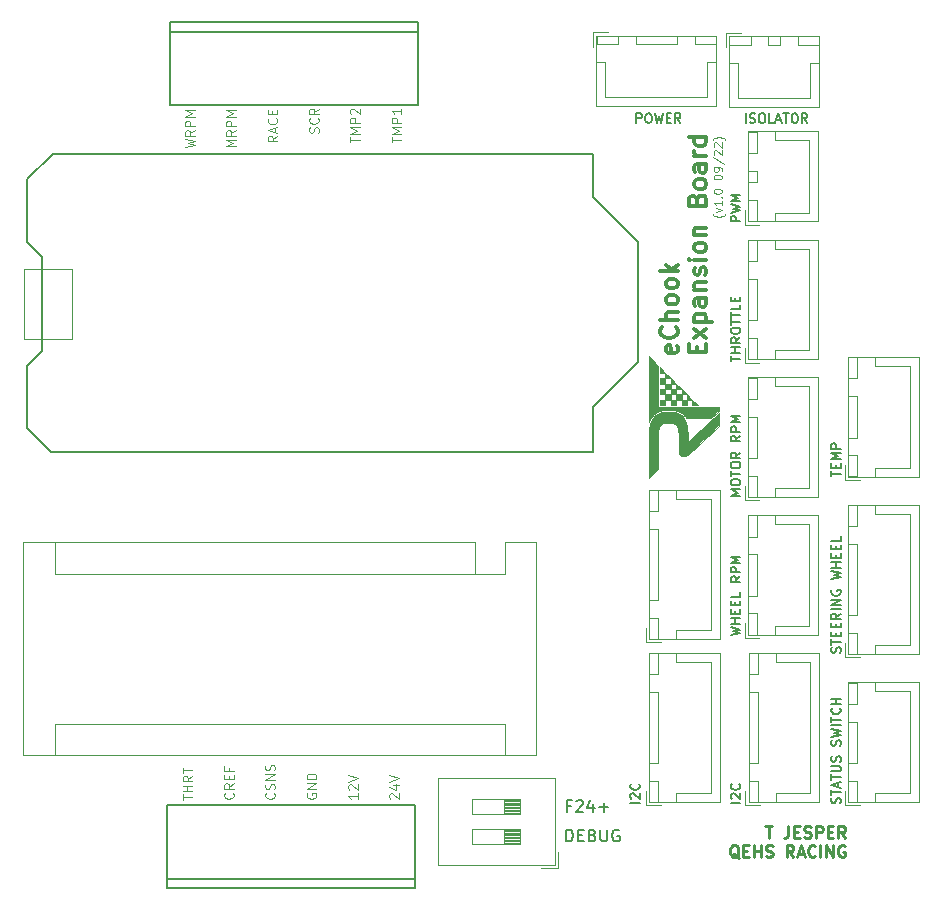
<source format=gbr>
%TF.GenerationSoftware,KiCad,Pcbnew,(6.0.4-0)*%
%TF.CreationDate,2022-09-02T16:24:51+01:00*%
%TF.ProjectId,eChook Wireless Board,6543686f-6f6b-4205-9769-72656c657373,rev?*%
%TF.SameCoordinates,Original*%
%TF.FileFunction,Legend,Top*%
%TF.FilePolarity,Positive*%
%FSLAX46Y46*%
G04 Gerber Fmt 4.6, Leading zero omitted, Abs format (unit mm)*
G04 Created by KiCad (PCBNEW (6.0.4-0)) date 2022-09-02 16:24:51*
%MOMM*%
%LPD*%
G01*
G04 APERTURE LIST*
%ADD10C,0.020000*%
%ADD11C,0.100000*%
%ADD12C,0.200000*%
%ADD13C,0.300000*%
%ADD14C,0.250000*%
%ADD15C,0.120000*%
%ADD16C,0.152400*%
%ADD17C,0.203200*%
G04 APERTURE END LIST*
D10*
G36*
X170915997Y-92160484D02*
G01*
X170916526Y-92295421D01*
X170916526Y-95674151D01*
X176077753Y-95674151D01*
X176077753Y-95955932D01*
X175970332Y-96054886D01*
X175391159Y-96587228D01*
X173261528Y-96587228D01*
X173258497Y-96581517D01*
X173255538Y-96575718D01*
X173249721Y-96564010D01*
X173246808Y-96558175D01*
X173243855Y-96552402D01*
X173240833Y-96546728D01*
X173237716Y-96541190D01*
X173189985Y-96465032D01*
X173137195Y-96393725D01*
X173079362Y-96327279D01*
X173016507Y-96265701D01*
X172948648Y-96209001D01*
X172875803Y-96157186D01*
X172797991Y-96110265D01*
X172715230Y-96068248D01*
X172627539Y-96031141D01*
X172534937Y-95998955D01*
X172437442Y-95971696D01*
X172335073Y-95949375D01*
X172227849Y-95931999D01*
X172115787Y-95919577D01*
X171998908Y-95912118D01*
X171877228Y-95909630D01*
X171662916Y-95909630D01*
X171602369Y-95910308D01*
X171542976Y-95912344D01*
X171484748Y-95915734D01*
X171427697Y-95920478D01*
X171371835Y-95926573D01*
X171317174Y-95934019D01*
X171263726Y-95942814D01*
X171211503Y-95952955D01*
X171160518Y-95964443D01*
X171110781Y-95977274D01*
X171062306Y-95991448D01*
X171015104Y-96006963D01*
X170969187Y-96023818D01*
X170924568Y-96042010D01*
X170881257Y-96061539D01*
X170839268Y-96082403D01*
X170798003Y-96104654D01*
X170757758Y-96128046D01*
X170718538Y-96152572D01*
X170680352Y-96178223D01*
X170643209Y-96204994D01*
X170607115Y-96232877D01*
X170572078Y-96261866D01*
X170538106Y-96291953D01*
X170505207Y-96323131D01*
X170473388Y-96355394D01*
X170442658Y-96388734D01*
X170413024Y-96423145D01*
X170384494Y-96458619D01*
X170357075Y-96495150D01*
X170330776Y-96532730D01*
X170305603Y-96571353D01*
X170278387Y-96616453D01*
X170252476Y-96662824D01*
X170227836Y-96710423D01*
X170204433Y-96759207D01*
X170182234Y-96809131D01*
X170161203Y-96860153D01*
X170141307Y-96912230D01*
X170122512Y-96965317D01*
X170122512Y-94186133D01*
X170122247Y-91565965D01*
X170122247Y-91366734D01*
X170915997Y-92160484D01*
G37*
X170915997Y-92160484D02*
X170916526Y-92295421D01*
X170916526Y-95674151D01*
X176077753Y-95674151D01*
X176077753Y-95955932D01*
X175970332Y-96054886D01*
X175391159Y-96587228D01*
X173261528Y-96587228D01*
X173258497Y-96581517D01*
X173255538Y-96575718D01*
X173249721Y-96564010D01*
X173246808Y-96558175D01*
X173243855Y-96552402D01*
X173240833Y-96546728D01*
X173237716Y-96541190D01*
X173189985Y-96465032D01*
X173137195Y-96393725D01*
X173079362Y-96327279D01*
X173016507Y-96265701D01*
X172948648Y-96209001D01*
X172875803Y-96157186D01*
X172797991Y-96110265D01*
X172715230Y-96068248D01*
X172627539Y-96031141D01*
X172534937Y-95998955D01*
X172437442Y-95971696D01*
X172335073Y-95949375D01*
X172227849Y-95931999D01*
X172115787Y-95919577D01*
X171998908Y-95912118D01*
X171877228Y-95909630D01*
X171662916Y-95909630D01*
X171602369Y-95910308D01*
X171542976Y-95912344D01*
X171484748Y-95915734D01*
X171427697Y-95920478D01*
X171371835Y-95926573D01*
X171317174Y-95934019D01*
X171263726Y-95942814D01*
X171211503Y-95952955D01*
X171160518Y-95964443D01*
X171110781Y-95977274D01*
X171062306Y-95991448D01*
X171015104Y-96006963D01*
X170969187Y-96023818D01*
X170924568Y-96042010D01*
X170881257Y-96061539D01*
X170839268Y-96082403D01*
X170798003Y-96104654D01*
X170757758Y-96128046D01*
X170718538Y-96152572D01*
X170680352Y-96178223D01*
X170643209Y-96204994D01*
X170607115Y-96232877D01*
X170572078Y-96261866D01*
X170538106Y-96291953D01*
X170505207Y-96323131D01*
X170473388Y-96355394D01*
X170442658Y-96388734D01*
X170413024Y-96423145D01*
X170384494Y-96458619D01*
X170357075Y-96495150D01*
X170330776Y-96532730D01*
X170305603Y-96571353D01*
X170278387Y-96616453D01*
X170252476Y-96662824D01*
X170227836Y-96710423D01*
X170204433Y-96759207D01*
X170182234Y-96809131D01*
X170161203Y-96860153D01*
X170141307Y-96912230D01*
X170122512Y-96965317D01*
X170122512Y-94186133D01*
X170122247Y-91565965D01*
X170122247Y-91366734D01*
X170915997Y-92160484D01*
G36*
X172901166Y-94145124D02*
G01*
X172444759Y-94145124D01*
X172444759Y-93688718D01*
X172901166Y-94145124D01*
G37*
X172901166Y-94145124D02*
X172444759Y-94145124D01*
X172444759Y-93688718D01*
X172901166Y-94145124D01*
G36*
X171988357Y-96070538D02*
G01*
X172094632Y-96077011D01*
X172196318Y-96087799D01*
X172245439Y-96094810D01*
X172293413Y-96102900D01*
X172340240Y-96112068D01*
X172385919Y-96122314D01*
X172430450Y-96133639D01*
X172473833Y-96146041D01*
X172516068Y-96159521D01*
X172557156Y-96174078D01*
X172597096Y-96189714D01*
X172635888Y-96206427D01*
X172673531Y-96224217D01*
X172710027Y-96243085D01*
X172745375Y-96263030D01*
X172779574Y-96284052D01*
X172812626Y-96306151D01*
X172844529Y-96329327D01*
X172875284Y-96353580D01*
X172904890Y-96378910D01*
X172933348Y-96405317D01*
X172960658Y-96432800D01*
X172986819Y-96461359D01*
X173011832Y-96490995D01*
X173035696Y-96521707D01*
X173058412Y-96553496D01*
X173079979Y-96586360D01*
X173100397Y-96620301D01*
X173138844Y-96691025D01*
X173174811Y-96765186D01*
X173208297Y-96842784D01*
X173239303Y-96923819D01*
X173267828Y-97008293D01*
X173293873Y-97096207D01*
X173317438Y-97187560D01*
X173338522Y-97282355D01*
X173357125Y-97380591D01*
X173373248Y-97482269D01*
X173386891Y-97587391D01*
X173398053Y-97695956D01*
X173406735Y-97807967D01*
X173412936Y-97923422D01*
X173416656Y-98042325D01*
X173417897Y-98164674D01*
X173417897Y-98617376D01*
X175625580Y-96587228D01*
X176077488Y-96171567D01*
X176077488Y-97299221D01*
X173528493Y-99633640D01*
X173512494Y-99648228D01*
X173496247Y-99662227D01*
X173479752Y-99675637D01*
X173463008Y-99688458D01*
X173446017Y-99700690D01*
X173428778Y-99712333D01*
X173411291Y-99723386D01*
X173393555Y-99733851D01*
X173375572Y-99743726D01*
X173357340Y-99753012D01*
X173338861Y-99761710D01*
X173320133Y-99769818D01*
X173301158Y-99777337D01*
X173281934Y-99784266D01*
X173262463Y-99790607D01*
X173242743Y-99796359D01*
X173222948Y-99801537D01*
X173203351Y-99806057D01*
X173183949Y-99809921D01*
X173164740Y-99813127D01*
X173145724Y-99815675D01*
X173126899Y-99817567D01*
X173108262Y-99818801D01*
X173089814Y-99819377D01*
X173071551Y-99819297D01*
X173053473Y-99818559D01*
X173035577Y-99817164D01*
X173017863Y-99815111D01*
X173000329Y-99812401D01*
X172982974Y-99809034D01*
X172965795Y-99805009D01*
X172948791Y-99800327D01*
X172933099Y-99795010D01*
X172917675Y-99788979D01*
X172902520Y-99782236D01*
X172887635Y-99774779D01*
X172873021Y-99766609D01*
X172858680Y-99757725D01*
X172844612Y-99748129D01*
X172830820Y-99737820D01*
X172817303Y-99726797D01*
X172804063Y-99715061D01*
X172791102Y-99702613D01*
X172778420Y-99689451D01*
X172766018Y-99675576D01*
X172753899Y-99660987D01*
X172742062Y-99645686D01*
X172730509Y-99629671D01*
X172719456Y-99612990D01*
X172709115Y-99595788D01*
X172699488Y-99578063D01*
X172690574Y-99559817D01*
X172682373Y-99541049D01*
X172674885Y-99521757D01*
X172668110Y-99501942D01*
X172662049Y-99481604D01*
X172656700Y-99460742D01*
X172652065Y-99439355D01*
X172648142Y-99417443D01*
X172644933Y-99395007D01*
X172642437Y-99372044D01*
X172640655Y-99348556D01*
X172639585Y-99324542D01*
X172639228Y-99300000D01*
X172639228Y-97926284D01*
X172638611Y-97863013D01*
X172636759Y-97802187D01*
X172633670Y-97743806D01*
X172629344Y-97687870D01*
X172623779Y-97634380D01*
X172616974Y-97583337D01*
X172608928Y-97534743D01*
X172599640Y-97488597D01*
X172589109Y-97444901D01*
X172577333Y-97403654D01*
X172564311Y-97364859D01*
X172550043Y-97328516D01*
X172534527Y-97294625D01*
X172517761Y-97263187D01*
X172499745Y-97234204D01*
X172480478Y-97207675D01*
X172459624Y-97183119D01*
X172436650Y-97160149D01*
X172411557Y-97138766D01*
X172384348Y-97118970D01*
X172355022Y-97100759D01*
X172323581Y-97084134D01*
X172290026Y-97069094D01*
X172254359Y-97055639D01*
X172216580Y-97043769D01*
X172176691Y-97033482D01*
X172134692Y-97024779D01*
X172090586Y-97017659D01*
X172044372Y-97012122D01*
X171996053Y-97008168D01*
X171945630Y-97005795D01*
X171893103Y-97005005D01*
X171646776Y-97005005D01*
X171594283Y-97005795D01*
X171543961Y-97008168D01*
X171495809Y-97012122D01*
X171449827Y-97017659D01*
X171406016Y-97024779D01*
X171364375Y-97033482D01*
X171324904Y-97043769D01*
X171287604Y-97055639D01*
X171252475Y-97069094D01*
X171219515Y-97084134D01*
X171203850Y-97092249D01*
X171188727Y-97100759D01*
X171174146Y-97109666D01*
X171160108Y-97118970D01*
X171146613Y-97128670D01*
X171133660Y-97138766D01*
X171121250Y-97149259D01*
X171109383Y-97160149D01*
X171098058Y-97171436D01*
X171087275Y-97183119D01*
X171077036Y-97195199D01*
X171067339Y-97207675D01*
X171049120Y-97234204D01*
X171032068Y-97263187D01*
X171016184Y-97294625D01*
X171001470Y-97328516D01*
X170987926Y-97364859D01*
X170975554Y-97403654D01*
X170964354Y-97444901D01*
X170954328Y-97488597D01*
X170945478Y-97534743D01*
X170937804Y-97583337D01*
X170931307Y-97634380D01*
X170925989Y-97687870D01*
X170921851Y-97743806D01*
X170918893Y-97802187D01*
X170917118Y-97863013D01*
X170916526Y-97926284D01*
X170916526Y-100908932D01*
X170122247Y-101637065D01*
X170123041Y-101332794D01*
X170123041Y-98124986D01*
X170124157Y-98016775D01*
X170127506Y-97910422D01*
X170133087Y-97805922D01*
X170140900Y-97703274D01*
X170150946Y-97602473D01*
X170163224Y-97503517D01*
X170177735Y-97406403D01*
X170194478Y-97311128D01*
X170203811Y-97264384D01*
X170213950Y-97218409D01*
X170224895Y-97173205D01*
X170236646Y-97128772D01*
X170249203Y-97085112D01*
X170262567Y-97042224D01*
X170276737Y-97000109D01*
X170291713Y-96958769D01*
X170307495Y-96918205D01*
X170324083Y-96878416D01*
X170341477Y-96839403D01*
X170359677Y-96801169D01*
X170378684Y-96763712D01*
X170398497Y-96727035D01*
X170419116Y-96691137D01*
X170440541Y-96656020D01*
X170462849Y-96621817D01*
X170486119Y-96588565D01*
X170510350Y-96556264D01*
X170535543Y-96524915D01*
X170561696Y-96494519D01*
X170588811Y-96465078D01*
X170616886Y-96436593D01*
X170645923Y-96409064D01*
X170675922Y-96382494D01*
X170706881Y-96356883D01*
X170738801Y-96332232D01*
X170771683Y-96308543D01*
X170805526Y-96285817D01*
X170840330Y-96264054D01*
X170876095Y-96243257D01*
X170912822Y-96223426D01*
X170950634Y-96204636D01*
X170989655Y-96187062D01*
X171029886Y-96170702D01*
X171071328Y-96155556D01*
X171113980Y-96141625D01*
X171157844Y-96128906D01*
X171202919Y-96117401D01*
X171249206Y-96107109D01*
X171296706Y-96098028D01*
X171345418Y-96090160D01*
X171395344Y-96083504D01*
X171446482Y-96078058D01*
X171498835Y-96073824D01*
X171552402Y-96070799D01*
X171607184Y-96068985D01*
X171663180Y-96068380D01*
X171877493Y-96068380D01*
X171988357Y-96070538D01*
G37*
X171988357Y-96070538D02*
X172094632Y-96077011D01*
X172196318Y-96087799D01*
X172245439Y-96094810D01*
X172293413Y-96102900D01*
X172340240Y-96112068D01*
X172385919Y-96122314D01*
X172430450Y-96133639D01*
X172473833Y-96146041D01*
X172516068Y-96159521D01*
X172557156Y-96174078D01*
X172597096Y-96189714D01*
X172635888Y-96206427D01*
X172673531Y-96224217D01*
X172710027Y-96243085D01*
X172745375Y-96263030D01*
X172779574Y-96284052D01*
X172812626Y-96306151D01*
X172844529Y-96329327D01*
X172875284Y-96353580D01*
X172904890Y-96378910D01*
X172933348Y-96405317D01*
X172960658Y-96432800D01*
X172986819Y-96461359D01*
X173011832Y-96490995D01*
X173035696Y-96521707D01*
X173058412Y-96553496D01*
X173079979Y-96586360D01*
X173100397Y-96620301D01*
X173138844Y-96691025D01*
X173174811Y-96765186D01*
X173208297Y-96842784D01*
X173239303Y-96923819D01*
X173267828Y-97008293D01*
X173293873Y-97096207D01*
X173317438Y-97187560D01*
X173338522Y-97282355D01*
X173357125Y-97380591D01*
X173373248Y-97482269D01*
X173386891Y-97587391D01*
X173398053Y-97695956D01*
X173406735Y-97807967D01*
X173412936Y-97923422D01*
X173416656Y-98042325D01*
X173417897Y-98164674D01*
X173417897Y-98617376D01*
X175625580Y-96587228D01*
X176077488Y-96171567D01*
X176077488Y-97299221D01*
X173528493Y-99633640D01*
X173512494Y-99648228D01*
X173496247Y-99662227D01*
X173479752Y-99675637D01*
X173463008Y-99688458D01*
X173446017Y-99700690D01*
X173428778Y-99712333D01*
X173411291Y-99723386D01*
X173393555Y-99733851D01*
X173375572Y-99743726D01*
X173357340Y-99753012D01*
X173338861Y-99761710D01*
X173320133Y-99769818D01*
X173301158Y-99777337D01*
X173281934Y-99784266D01*
X173262463Y-99790607D01*
X173242743Y-99796359D01*
X173222948Y-99801537D01*
X173203351Y-99806057D01*
X173183949Y-99809921D01*
X173164740Y-99813127D01*
X173145724Y-99815675D01*
X173126899Y-99817567D01*
X173108262Y-99818801D01*
X173089814Y-99819377D01*
X173071551Y-99819297D01*
X173053473Y-99818559D01*
X173035577Y-99817164D01*
X173017863Y-99815111D01*
X173000329Y-99812401D01*
X172982974Y-99809034D01*
X172965795Y-99805009D01*
X172948791Y-99800327D01*
X172933099Y-99795010D01*
X172917675Y-99788979D01*
X172902520Y-99782236D01*
X172887635Y-99774779D01*
X172873021Y-99766609D01*
X172858680Y-99757725D01*
X172844612Y-99748129D01*
X172830820Y-99737820D01*
X172817303Y-99726797D01*
X172804063Y-99715061D01*
X172791102Y-99702613D01*
X172778420Y-99689451D01*
X172766018Y-99675576D01*
X172753899Y-99660987D01*
X172742062Y-99645686D01*
X172730509Y-99629671D01*
X172719456Y-99612990D01*
X172709115Y-99595788D01*
X172699488Y-99578063D01*
X172690574Y-99559817D01*
X172682373Y-99541049D01*
X172674885Y-99521757D01*
X172668110Y-99501942D01*
X172662049Y-99481604D01*
X172656700Y-99460742D01*
X172652065Y-99439355D01*
X172648142Y-99417443D01*
X172644933Y-99395007D01*
X172642437Y-99372044D01*
X172640655Y-99348556D01*
X172639585Y-99324542D01*
X172639228Y-99300000D01*
X172639228Y-97926284D01*
X172638611Y-97863013D01*
X172636759Y-97802187D01*
X172633670Y-97743806D01*
X172629344Y-97687870D01*
X172623779Y-97634380D01*
X172616974Y-97583337D01*
X172608928Y-97534743D01*
X172599640Y-97488597D01*
X172589109Y-97444901D01*
X172577333Y-97403654D01*
X172564311Y-97364859D01*
X172550043Y-97328516D01*
X172534527Y-97294625D01*
X172517761Y-97263187D01*
X172499745Y-97234204D01*
X172480478Y-97207675D01*
X172459624Y-97183119D01*
X172436650Y-97160149D01*
X172411557Y-97138766D01*
X172384348Y-97118970D01*
X172355022Y-97100759D01*
X172323581Y-97084134D01*
X172290026Y-97069094D01*
X172254359Y-97055639D01*
X172216580Y-97043769D01*
X172176691Y-97033482D01*
X172134692Y-97024779D01*
X172090586Y-97017659D01*
X172044372Y-97012122D01*
X171996053Y-97008168D01*
X171945630Y-97005795D01*
X171893103Y-97005005D01*
X171646776Y-97005005D01*
X171594283Y-97005795D01*
X171543961Y-97008168D01*
X171495809Y-97012122D01*
X171449827Y-97017659D01*
X171406016Y-97024779D01*
X171364375Y-97033482D01*
X171324904Y-97043769D01*
X171287604Y-97055639D01*
X171252475Y-97069094D01*
X171219515Y-97084134D01*
X171203850Y-97092249D01*
X171188727Y-97100759D01*
X171174146Y-97109666D01*
X171160108Y-97118970D01*
X171146613Y-97128670D01*
X171133660Y-97138766D01*
X171121250Y-97149259D01*
X171109383Y-97160149D01*
X171098058Y-97171436D01*
X171087275Y-97183119D01*
X171077036Y-97195199D01*
X171067339Y-97207675D01*
X171049120Y-97234204D01*
X171032068Y-97263187D01*
X171016184Y-97294625D01*
X171001470Y-97328516D01*
X170987926Y-97364859D01*
X170975554Y-97403654D01*
X170964354Y-97444901D01*
X170954328Y-97488597D01*
X170945478Y-97534743D01*
X170937804Y-97583337D01*
X170931307Y-97634380D01*
X170925989Y-97687870D01*
X170921851Y-97743806D01*
X170918893Y-97802187D01*
X170917118Y-97863013D01*
X170916526Y-97926284D01*
X170916526Y-100908932D01*
X170122247Y-101637065D01*
X170123041Y-101332794D01*
X170123041Y-98124986D01*
X170124157Y-98016775D01*
X170127506Y-97910422D01*
X170133087Y-97805922D01*
X170140900Y-97703274D01*
X170150946Y-97602473D01*
X170163224Y-97503517D01*
X170177735Y-97406403D01*
X170194478Y-97311128D01*
X170203811Y-97264384D01*
X170213950Y-97218409D01*
X170224895Y-97173205D01*
X170236646Y-97128772D01*
X170249203Y-97085112D01*
X170262567Y-97042224D01*
X170276737Y-97000109D01*
X170291713Y-96958769D01*
X170307495Y-96918205D01*
X170324083Y-96878416D01*
X170341477Y-96839403D01*
X170359677Y-96801169D01*
X170378684Y-96763712D01*
X170398497Y-96727035D01*
X170419116Y-96691137D01*
X170440541Y-96656020D01*
X170462849Y-96621817D01*
X170486119Y-96588565D01*
X170510350Y-96556264D01*
X170535543Y-96524915D01*
X170561696Y-96494519D01*
X170588811Y-96465078D01*
X170616886Y-96436593D01*
X170645923Y-96409064D01*
X170675922Y-96382494D01*
X170706881Y-96356883D01*
X170738801Y-96332232D01*
X170771683Y-96308543D01*
X170805526Y-96285817D01*
X170840330Y-96264054D01*
X170876095Y-96243257D01*
X170912822Y-96223426D01*
X170950634Y-96204636D01*
X170989655Y-96187062D01*
X171029886Y-96170702D01*
X171071328Y-96155556D01*
X171113980Y-96141625D01*
X171157844Y-96128906D01*
X171202919Y-96117401D01*
X171249206Y-96107109D01*
X171296706Y-96098028D01*
X171345418Y-96090160D01*
X171395344Y-96083504D01*
X171446482Y-96078058D01*
X171498835Y-96073824D01*
X171552402Y-96070799D01*
X171607184Y-96068985D01*
X171663180Y-96068380D01*
X171877493Y-96068380D01*
X171988357Y-96070538D01*
G36*
X172444759Y-94601795D02*
G01*
X171988088Y-94601795D01*
X171988088Y-94145124D01*
X172444759Y-94145124D01*
X172444759Y-94601795D01*
G37*
X172444759Y-94601795D02*
X171988088Y-94601795D01*
X171988088Y-94145124D01*
X172444759Y-94145124D01*
X172444759Y-94601795D01*
G36*
X171531418Y-92775376D02*
G01*
X171075012Y-92775376D01*
X171075012Y-92318970D01*
X171531418Y-92775376D01*
G37*
X171531418Y-92775376D02*
X171075012Y-92775376D01*
X171075012Y-92318970D01*
X171531418Y-92775376D01*
G36*
X171988088Y-94601795D02*
G01*
X171988088Y-95058201D01*
X172444759Y-95058201D01*
X172444759Y-94601795D01*
X172901166Y-94601795D01*
X172901166Y-94145124D01*
X173814507Y-95058465D01*
X173357837Y-95058465D01*
X173357837Y-95514871D01*
X172901166Y-95514871D01*
X172901166Y-95058465D01*
X172901430Y-95058465D01*
X172901430Y-95058201D01*
X173357837Y-95058201D01*
X173357837Y-94601795D01*
X172901430Y-94601795D01*
X172901430Y-95058201D01*
X172901166Y-95058201D01*
X172901166Y-95058465D01*
X172444759Y-95058465D01*
X172444759Y-95514871D01*
X171988088Y-95514871D01*
X171988088Y-95058465D01*
X171531682Y-95058465D01*
X171531682Y-95058201D01*
X171531418Y-95058201D01*
X171531418Y-94601795D01*
X171075012Y-94601795D01*
X171075012Y-94145124D01*
X171531418Y-94145124D01*
X171531418Y-93688718D01*
X171531682Y-93688718D01*
X171531682Y-93688453D01*
X171988088Y-93688453D01*
X171988088Y-93232046D01*
X171531682Y-93232046D01*
X171531682Y-93688453D01*
X171531418Y-93688453D01*
X171531418Y-93688718D01*
X171075012Y-93688718D01*
X171075012Y-93232046D01*
X171531418Y-93232046D01*
X171531418Y-92775376D01*
X171988088Y-93232046D01*
X172444759Y-93688718D01*
X171988088Y-93688718D01*
X171988088Y-94145124D01*
X171531682Y-94145124D01*
X171531682Y-94601795D01*
X171988088Y-94601795D01*
G37*
X171988088Y-94601795D02*
X171988088Y-95058201D01*
X172444759Y-95058201D01*
X172444759Y-94601795D01*
X172901166Y-94601795D01*
X172901166Y-94145124D01*
X173814507Y-95058465D01*
X173357837Y-95058465D01*
X173357837Y-95514871D01*
X172901166Y-95514871D01*
X172901166Y-95058465D01*
X172901430Y-95058465D01*
X172901430Y-95058201D01*
X173357837Y-95058201D01*
X173357837Y-94601795D01*
X172901430Y-94601795D01*
X172901430Y-95058201D01*
X172901166Y-95058201D01*
X172901166Y-95058465D01*
X172444759Y-95058465D01*
X172444759Y-95514871D01*
X171988088Y-95514871D01*
X171988088Y-95058465D01*
X171531682Y-95058465D01*
X171531682Y-95058201D01*
X171531418Y-95058201D01*
X171531418Y-94601795D01*
X171075012Y-94601795D01*
X171075012Y-94145124D01*
X171531418Y-94145124D01*
X171531418Y-93688718D01*
X171531682Y-93688718D01*
X171531682Y-93688453D01*
X171988088Y-93688453D01*
X171988088Y-93232046D01*
X171531682Y-93232046D01*
X171531682Y-93688453D01*
X171531418Y-93688453D01*
X171531418Y-93688718D01*
X171075012Y-93688718D01*
X171075012Y-93232046D01*
X171531418Y-93232046D01*
X171531418Y-92775376D01*
X171988088Y-93232046D01*
X172444759Y-93688718D01*
X171988088Y-93688718D01*
X171988088Y-94145124D01*
X171531682Y-94145124D01*
X171531682Y-94601795D01*
X171988088Y-94601795D01*
G36*
X174270913Y-95514871D02*
G01*
X173814507Y-95514871D01*
X173814507Y-95058465D01*
X174270913Y-95514871D01*
G37*
X174270913Y-95514871D02*
X173814507Y-95514871D01*
X173814507Y-95058465D01*
X174270913Y-95514871D01*
G36*
X171531418Y-95058465D02*
G01*
X171531682Y-95058465D01*
X171531682Y-95514871D01*
X171075012Y-95514871D01*
X171075012Y-95058201D01*
X171531418Y-95058201D01*
X171531418Y-95058465D01*
G37*
X171531418Y-95058465D02*
X171531682Y-95058465D01*
X171531682Y-95514871D01*
X171075012Y-95514871D01*
X171075012Y-95058201D01*
X171531418Y-95058201D01*
X171531418Y-95058465D01*
D11*
X130661904Y-128908809D02*
X130661904Y-128451666D01*
X131461904Y-128680238D02*
X130661904Y-128680238D01*
X131461904Y-128185000D02*
X130661904Y-128185000D01*
X131042857Y-128185000D02*
X131042857Y-127727857D01*
X131461904Y-127727857D02*
X130661904Y-127727857D01*
X131461904Y-126889761D02*
X131080952Y-127156428D01*
X131461904Y-127346904D02*
X130661904Y-127346904D01*
X130661904Y-127042142D01*
X130700000Y-126965952D01*
X130738095Y-126927857D01*
X130814285Y-126889761D01*
X130928571Y-126889761D01*
X131004761Y-126927857D01*
X131042857Y-126965952D01*
X131080952Y-127042142D01*
X131080952Y-127346904D01*
X130661904Y-126661190D02*
X130661904Y-126204047D01*
X131461904Y-126432619D02*
X130661904Y-126432619D01*
D12*
X185561904Y-101543809D02*
X185561904Y-101086666D01*
X186361904Y-101315238D02*
X185561904Y-101315238D01*
X185942857Y-100820000D02*
X185942857Y-100553333D01*
X186361904Y-100439047D02*
X186361904Y-100820000D01*
X185561904Y-100820000D01*
X185561904Y-100439047D01*
X186361904Y-100096190D02*
X185561904Y-100096190D01*
X186133333Y-99829523D01*
X185561904Y-99562857D01*
X186361904Y-99562857D01*
X186361904Y-99181904D02*
X185561904Y-99181904D01*
X185561904Y-98877142D01*
X185600000Y-98800952D01*
X185638095Y-98762857D01*
X185714285Y-98724761D01*
X185828571Y-98724761D01*
X185904761Y-98762857D01*
X185942857Y-98800952D01*
X185980952Y-98877142D01*
X185980952Y-99181904D01*
X169070476Y-71611904D02*
X169070476Y-70811904D01*
X169375238Y-70811904D01*
X169451428Y-70850000D01*
X169489523Y-70888095D01*
X169527619Y-70964285D01*
X169527619Y-71078571D01*
X169489523Y-71154761D01*
X169451428Y-71192857D01*
X169375238Y-71230952D01*
X169070476Y-71230952D01*
X170022857Y-70811904D02*
X170175238Y-70811904D01*
X170251428Y-70850000D01*
X170327619Y-70926190D01*
X170365714Y-71078571D01*
X170365714Y-71345238D01*
X170327619Y-71497619D01*
X170251428Y-71573809D01*
X170175238Y-71611904D01*
X170022857Y-71611904D01*
X169946666Y-71573809D01*
X169870476Y-71497619D01*
X169832380Y-71345238D01*
X169832380Y-71078571D01*
X169870476Y-70926190D01*
X169946666Y-70850000D01*
X170022857Y-70811904D01*
X170632380Y-70811904D02*
X170822857Y-71611904D01*
X170975238Y-71040476D01*
X171127619Y-71611904D01*
X171318095Y-70811904D01*
X171622857Y-71192857D02*
X171889523Y-71192857D01*
X172003809Y-71611904D02*
X171622857Y-71611904D01*
X171622857Y-70811904D01*
X172003809Y-70811904D01*
X172803809Y-71611904D02*
X172537142Y-71230952D01*
X172346666Y-71611904D02*
X172346666Y-70811904D01*
X172651428Y-70811904D01*
X172727619Y-70850000D01*
X172765714Y-70888095D01*
X172803809Y-70964285D01*
X172803809Y-71078571D01*
X172765714Y-71154761D01*
X172727619Y-71192857D01*
X172651428Y-71230952D01*
X172346666Y-71230952D01*
X186323809Y-116467619D02*
X186361904Y-116353333D01*
X186361904Y-116162857D01*
X186323809Y-116086666D01*
X186285714Y-116048571D01*
X186209523Y-116010476D01*
X186133333Y-116010476D01*
X186057142Y-116048571D01*
X186019047Y-116086666D01*
X185980952Y-116162857D01*
X185942857Y-116315238D01*
X185904761Y-116391428D01*
X185866666Y-116429523D01*
X185790476Y-116467619D01*
X185714285Y-116467619D01*
X185638095Y-116429523D01*
X185600000Y-116391428D01*
X185561904Y-116315238D01*
X185561904Y-116124761D01*
X185600000Y-116010476D01*
X185561904Y-115781904D02*
X185561904Y-115324761D01*
X186361904Y-115553333D02*
X185561904Y-115553333D01*
X185942857Y-115058095D02*
X185942857Y-114791428D01*
X186361904Y-114677142D02*
X186361904Y-115058095D01*
X185561904Y-115058095D01*
X185561904Y-114677142D01*
X185942857Y-114334285D02*
X185942857Y-114067619D01*
X186361904Y-113953333D02*
X186361904Y-114334285D01*
X185561904Y-114334285D01*
X185561904Y-113953333D01*
X186361904Y-113153333D02*
X185980952Y-113420000D01*
X186361904Y-113610476D02*
X185561904Y-113610476D01*
X185561904Y-113305714D01*
X185600000Y-113229523D01*
X185638095Y-113191428D01*
X185714285Y-113153333D01*
X185828571Y-113153333D01*
X185904761Y-113191428D01*
X185942857Y-113229523D01*
X185980952Y-113305714D01*
X185980952Y-113610476D01*
X186361904Y-112810476D02*
X185561904Y-112810476D01*
X186361904Y-112429523D02*
X185561904Y-112429523D01*
X186361904Y-111972380D01*
X185561904Y-111972380D01*
X185600000Y-111172380D02*
X185561904Y-111248571D01*
X185561904Y-111362857D01*
X185600000Y-111477142D01*
X185676190Y-111553333D01*
X185752380Y-111591428D01*
X185904761Y-111629523D01*
X186019047Y-111629523D01*
X186171428Y-111591428D01*
X186247619Y-111553333D01*
X186323809Y-111477142D01*
X186361904Y-111362857D01*
X186361904Y-111286666D01*
X186323809Y-111172380D01*
X186285714Y-111134285D01*
X186019047Y-111134285D01*
X186019047Y-111286666D01*
X185561904Y-110258095D02*
X186361904Y-110067619D01*
X185790476Y-109915238D01*
X186361904Y-109762857D01*
X185561904Y-109572380D01*
X186361904Y-109267619D02*
X185561904Y-109267619D01*
X185942857Y-109267619D02*
X185942857Y-108810476D01*
X186361904Y-108810476D02*
X185561904Y-108810476D01*
X185942857Y-108429523D02*
X185942857Y-108162857D01*
X186361904Y-108048571D02*
X186361904Y-108429523D01*
X185561904Y-108429523D01*
X185561904Y-108048571D01*
X185942857Y-107705714D02*
X185942857Y-107439047D01*
X186361904Y-107324761D02*
X186361904Y-107705714D01*
X185561904Y-107705714D01*
X185561904Y-107324761D01*
X186361904Y-106600952D02*
X186361904Y-106981904D01*
X185561904Y-106981904D01*
D11*
X145461904Y-128375476D02*
X145461904Y-128832619D01*
X145461904Y-128604047D02*
X144661904Y-128604047D01*
X144776190Y-128680238D01*
X144852380Y-128756428D01*
X144890476Y-128832619D01*
X144738095Y-128070714D02*
X144700000Y-128032619D01*
X144661904Y-127956428D01*
X144661904Y-127765952D01*
X144700000Y-127689761D01*
X144738095Y-127651666D01*
X144814285Y-127613571D01*
X144890476Y-127613571D01*
X145004761Y-127651666D01*
X145461904Y-128108809D01*
X145461904Y-127613571D01*
X144661904Y-127385000D02*
X145461904Y-127118333D01*
X144661904Y-126851666D01*
X148238095Y-128832619D02*
X148200000Y-128794523D01*
X148161904Y-128718333D01*
X148161904Y-128527857D01*
X148200000Y-128451666D01*
X148238095Y-128413571D01*
X148314285Y-128375476D01*
X148390476Y-128375476D01*
X148504761Y-128413571D01*
X148961904Y-128870714D01*
X148961904Y-128375476D01*
X148428571Y-127689761D02*
X148961904Y-127689761D01*
X148123809Y-127880238D02*
X148695238Y-128070714D01*
X148695238Y-127575476D01*
X148161904Y-127385000D02*
X148961904Y-127118333D01*
X148161904Y-126851666D01*
X141200000Y-128375476D02*
X141161904Y-128451666D01*
X141161904Y-128565952D01*
X141200000Y-128680238D01*
X141276190Y-128756428D01*
X141352380Y-128794523D01*
X141504761Y-128832619D01*
X141619047Y-128832619D01*
X141771428Y-128794523D01*
X141847619Y-128756428D01*
X141923809Y-128680238D01*
X141961904Y-128565952D01*
X141961904Y-128489761D01*
X141923809Y-128375476D01*
X141885714Y-128337380D01*
X141619047Y-128337380D01*
X141619047Y-128489761D01*
X141961904Y-127994523D02*
X141161904Y-127994523D01*
X141961904Y-127537380D01*
X141161904Y-127537380D01*
X141961904Y-127156428D02*
X141161904Y-127156428D01*
X141161904Y-126965952D01*
X141200000Y-126851666D01*
X141276190Y-126775476D01*
X141352380Y-126737380D01*
X141504761Y-126699285D01*
X141619047Y-126699285D01*
X141771428Y-126737380D01*
X141847619Y-126775476D01*
X141923809Y-126851666D01*
X141961904Y-126965952D01*
X141961904Y-127156428D01*
D12*
X163118095Y-132452380D02*
X163118095Y-131452380D01*
X163356190Y-131452380D01*
X163499047Y-131500000D01*
X163594285Y-131595238D01*
X163641904Y-131690476D01*
X163689523Y-131880952D01*
X163689523Y-132023809D01*
X163641904Y-132214285D01*
X163594285Y-132309523D01*
X163499047Y-132404761D01*
X163356190Y-132452380D01*
X163118095Y-132452380D01*
X164118095Y-131928571D02*
X164451428Y-131928571D01*
X164594285Y-132452380D02*
X164118095Y-132452380D01*
X164118095Y-131452380D01*
X164594285Y-131452380D01*
X165356190Y-131928571D02*
X165499047Y-131976190D01*
X165546666Y-132023809D01*
X165594285Y-132119047D01*
X165594285Y-132261904D01*
X165546666Y-132357142D01*
X165499047Y-132404761D01*
X165403809Y-132452380D01*
X165022857Y-132452380D01*
X165022857Y-131452380D01*
X165356190Y-131452380D01*
X165451428Y-131500000D01*
X165499047Y-131547619D01*
X165546666Y-131642857D01*
X165546666Y-131738095D01*
X165499047Y-131833333D01*
X165451428Y-131880952D01*
X165356190Y-131928571D01*
X165022857Y-131928571D01*
X166022857Y-131452380D02*
X166022857Y-132261904D01*
X166070476Y-132357142D01*
X166118095Y-132404761D01*
X166213333Y-132452380D01*
X166403809Y-132452380D01*
X166499047Y-132404761D01*
X166546666Y-132357142D01*
X166594285Y-132261904D01*
X166594285Y-131452380D01*
X167594285Y-131500000D02*
X167499047Y-131452380D01*
X167356190Y-131452380D01*
X167213333Y-131500000D01*
X167118095Y-131595238D01*
X167070476Y-131690476D01*
X167022857Y-131880952D01*
X167022857Y-132023809D01*
X167070476Y-132214285D01*
X167118095Y-132309523D01*
X167213333Y-132404761D01*
X167356190Y-132452380D01*
X167451428Y-132452380D01*
X167594285Y-132404761D01*
X167641904Y-132357142D01*
X167641904Y-132023809D01*
X167451428Y-132023809D01*
X186323809Y-129217619D02*
X186361904Y-129103333D01*
X186361904Y-128912857D01*
X186323809Y-128836666D01*
X186285714Y-128798571D01*
X186209523Y-128760476D01*
X186133333Y-128760476D01*
X186057142Y-128798571D01*
X186019047Y-128836666D01*
X185980952Y-128912857D01*
X185942857Y-129065238D01*
X185904761Y-129141428D01*
X185866666Y-129179523D01*
X185790476Y-129217619D01*
X185714285Y-129217619D01*
X185638095Y-129179523D01*
X185600000Y-129141428D01*
X185561904Y-129065238D01*
X185561904Y-128874761D01*
X185600000Y-128760476D01*
X185561904Y-128531904D02*
X185561904Y-128074761D01*
X186361904Y-128303333D02*
X185561904Y-128303333D01*
X186133333Y-127846190D02*
X186133333Y-127465238D01*
X186361904Y-127922380D02*
X185561904Y-127655714D01*
X186361904Y-127389047D01*
X185561904Y-127236666D02*
X185561904Y-126779523D01*
X186361904Y-127008095D02*
X185561904Y-127008095D01*
X185561904Y-126512857D02*
X186209523Y-126512857D01*
X186285714Y-126474761D01*
X186323809Y-126436666D01*
X186361904Y-126360476D01*
X186361904Y-126208095D01*
X186323809Y-126131904D01*
X186285714Y-126093809D01*
X186209523Y-126055714D01*
X185561904Y-126055714D01*
X186323809Y-125712857D02*
X186361904Y-125598571D01*
X186361904Y-125408095D01*
X186323809Y-125331904D01*
X186285714Y-125293809D01*
X186209523Y-125255714D01*
X186133333Y-125255714D01*
X186057142Y-125293809D01*
X186019047Y-125331904D01*
X185980952Y-125408095D01*
X185942857Y-125560476D01*
X185904761Y-125636666D01*
X185866666Y-125674761D01*
X185790476Y-125712857D01*
X185714285Y-125712857D01*
X185638095Y-125674761D01*
X185600000Y-125636666D01*
X185561904Y-125560476D01*
X185561904Y-125370000D01*
X185600000Y-125255714D01*
X186323809Y-124341428D02*
X186361904Y-124227142D01*
X186361904Y-124036666D01*
X186323809Y-123960476D01*
X186285714Y-123922380D01*
X186209523Y-123884285D01*
X186133333Y-123884285D01*
X186057142Y-123922380D01*
X186019047Y-123960476D01*
X185980952Y-124036666D01*
X185942857Y-124189047D01*
X185904761Y-124265238D01*
X185866666Y-124303333D01*
X185790476Y-124341428D01*
X185714285Y-124341428D01*
X185638095Y-124303333D01*
X185600000Y-124265238D01*
X185561904Y-124189047D01*
X185561904Y-123998571D01*
X185600000Y-123884285D01*
X185561904Y-123617619D02*
X186361904Y-123427142D01*
X185790476Y-123274761D01*
X186361904Y-123122380D01*
X185561904Y-122931904D01*
X186361904Y-122627142D02*
X185561904Y-122627142D01*
X185561904Y-122360476D02*
X185561904Y-121903333D01*
X186361904Y-122131904D02*
X185561904Y-122131904D01*
X186285714Y-121179523D02*
X186323809Y-121217619D01*
X186361904Y-121331904D01*
X186361904Y-121408095D01*
X186323809Y-121522380D01*
X186247619Y-121598571D01*
X186171428Y-121636666D01*
X186019047Y-121674761D01*
X185904761Y-121674761D01*
X185752380Y-121636666D01*
X185676190Y-121598571D01*
X185600000Y-121522380D01*
X185561904Y-121408095D01*
X185561904Y-121331904D01*
X185600000Y-121217619D01*
X185638095Y-121179523D01*
X186361904Y-120836666D02*
X185561904Y-120836666D01*
X185942857Y-120836666D02*
X185942857Y-120379523D01*
X186361904Y-120379523D02*
X185561904Y-120379523D01*
D13*
X172499642Y-90476428D02*
X172571071Y-90619285D01*
X172571071Y-90905000D01*
X172499642Y-91047857D01*
X172356785Y-91119285D01*
X171785357Y-91119285D01*
X171642500Y-91047857D01*
X171571071Y-90905000D01*
X171571071Y-90619285D01*
X171642500Y-90476428D01*
X171785357Y-90405000D01*
X171928214Y-90405000D01*
X172071071Y-91119285D01*
X172428214Y-88905000D02*
X172499642Y-88976428D01*
X172571071Y-89190714D01*
X172571071Y-89333571D01*
X172499642Y-89547857D01*
X172356785Y-89690714D01*
X172213928Y-89762142D01*
X171928214Y-89833571D01*
X171713928Y-89833571D01*
X171428214Y-89762142D01*
X171285357Y-89690714D01*
X171142500Y-89547857D01*
X171071071Y-89333571D01*
X171071071Y-89190714D01*
X171142500Y-88976428D01*
X171213928Y-88905000D01*
X172571071Y-88262142D02*
X171071071Y-88262142D01*
X172571071Y-87619285D02*
X171785357Y-87619285D01*
X171642500Y-87690714D01*
X171571071Y-87833571D01*
X171571071Y-88047857D01*
X171642500Y-88190714D01*
X171713928Y-88262142D01*
X172571071Y-86690714D02*
X172499642Y-86833571D01*
X172428214Y-86905000D01*
X172285357Y-86976428D01*
X171856785Y-86976428D01*
X171713928Y-86905000D01*
X171642500Y-86833571D01*
X171571071Y-86690714D01*
X171571071Y-86476428D01*
X171642500Y-86333571D01*
X171713928Y-86262142D01*
X171856785Y-86190714D01*
X172285357Y-86190714D01*
X172428214Y-86262142D01*
X172499642Y-86333571D01*
X172571071Y-86476428D01*
X172571071Y-86690714D01*
X172571071Y-85333571D02*
X172499642Y-85476428D01*
X172428214Y-85547857D01*
X172285357Y-85619285D01*
X171856785Y-85619285D01*
X171713928Y-85547857D01*
X171642500Y-85476428D01*
X171571071Y-85333571D01*
X171571071Y-85119285D01*
X171642500Y-84976428D01*
X171713928Y-84905000D01*
X171856785Y-84833571D01*
X172285357Y-84833571D01*
X172428214Y-84905000D01*
X172499642Y-84976428D01*
X172571071Y-85119285D01*
X172571071Y-85333571D01*
X172571071Y-84190714D02*
X171071071Y-84190714D01*
X171999642Y-84047857D02*
X172571071Y-83619285D01*
X171571071Y-83619285D02*
X172142500Y-84190714D01*
X174200357Y-91047857D02*
X174200357Y-90547857D01*
X174986071Y-90333571D02*
X174986071Y-91047857D01*
X173486071Y-91047857D01*
X173486071Y-90333571D01*
X174986071Y-89833571D02*
X173986071Y-89047857D01*
X173986071Y-89833571D02*
X174986071Y-89047857D01*
X173986071Y-88476428D02*
X175486071Y-88476428D01*
X174057500Y-88476428D02*
X173986071Y-88333571D01*
X173986071Y-88047857D01*
X174057500Y-87905000D01*
X174128928Y-87833571D01*
X174271785Y-87762142D01*
X174700357Y-87762142D01*
X174843214Y-87833571D01*
X174914642Y-87905000D01*
X174986071Y-88047857D01*
X174986071Y-88333571D01*
X174914642Y-88476428D01*
X174986071Y-86476428D02*
X174200357Y-86476428D01*
X174057500Y-86547857D01*
X173986071Y-86690714D01*
X173986071Y-86976428D01*
X174057500Y-87119285D01*
X174914642Y-86476428D02*
X174986071Y-86619285D01*
X174986071Y-86976428D01*
X174914642Y-87119285D01*
X174771785Y-87190714D01*
X174628928Y-87190714D01*
X174486071Y-87119285D01*
X174414642Y-86976428D01*
X174414642Y-86619285D01*
X174343214Y-86476428D01*
X173986071Y-85762142D02*
X174986071Y-85762142D01*
X174128928Y-85762142D02*
X174057500Y-85690714D01*
X173986071Y-85547857D01*
X173986071Y-85333571D01*
X174057500Y-85190714D01*
X174200357Y-85119285D01*
X174986071Y-85119285D01*
X174914642Y-84476428D02*
X174986071Y-84333571D01*
X174986071Y-84047857D01*
X174914642Y-83905000D01*
X174771785Y-83833571D01*
X174700357Y-83833571D01*
X174557500Y-83905000D01*
X174486071Y-84047857D01*
X174486071Y-84262142D01*
X174414642Y-84405000D01*
X174271785Y-84476428D01*
X174200357Y-84476428D01*
X174057500Y-84405000D01*
X173986071Y-84262142D01*
X173986071Y-84047857D01*
X174057500Y-83905000D01*
X174986071Y-83190714D02*
X173986071Y-83190714D01*
X173486071Y-83190714D02*
X173557500Y-83262142D01*
X173628928Y-83190714D01*
X173557500Y-83119285D01*
X173486071Y-83190714D01*
X173628928Y-83190714D01*
X174986071Y-82262142D02*
X174914642Y-82405000D01*
X174843214Y-82476428D01*
X174700357Y-82547857D01*
X174271785Y-82547857D01*
X174128928Y-82476428D01*
X174057500Y-82405000D01*
X173986071Y-82262142D01*
X173986071Y-82047857D01*
X174057500Y-81905000D01*
X174128928Y-81833571D01*
X174271785Y-81762142D01*
X174700357Y-81762142D01*
X174843214Y-81833571D01*
X174914642Y-81905000D01*
X174986071Y-82047857D01*
X174986071Y-82262142D01*
X173986071Y-81119285D02*
X174986071Y-81119285D01*
X174128928Y-81119285D02*
X174057500Y-81047857D01*
X173986071Y-80905000D01*
X173986071Y-80690714D01*
X174057500Y-80547857D01*
X174200357Y-80476428D01*
X174986071Y-80476428D01*
X174200357Y-78119285D02*
X174271785Y-77905000D01*
X174343214Y-77833571D01*
X174486071Y-77762142D01*
X174700357Y-77762142D01*
X174843214Y-77833571D01*
X174914642Y-77905000D01*
X174986071Y-78047857D01*
X174986071Y-78619285D01*
X173486071Y-78619285D01*
X173486071Y-78119285D01*
X173557500Y-77976428D01*
X173628928Y-77905000D01*
X173771785Y-77833571D01*
X173914642Y-77833571D01*
X174057500Y-77905000D01*
X174128928Y-77976428D01*
X174200357Y-78119285D01*
X174200357Y-78619285D01*
X174986071Y-76905000D02*
X174914642Y-77047857D01*
X174843214Y-77119285D01*
X174700357Y-77190714D01*
X174271785Y-77190714D01*
X174128928Y-77119285D01*
X174057500Y-77047857D01*
X173986071Y-76905000D01*
X173986071Y-76690714D01*
X174057500Y-76547857D01*
X174128928Y-76476428D01*
X174271785Y-76405000D01*
X174700357Y-76405000D01*
X174843214Y-76476428D01*
X174914642Y-76547857D01*
X174986071Y-76690714D01*
X174986071Y-76905000D01*
X174986071Y-75119285D02*
X174200357Y-75119285D01*
X174057500Y-75190714D01*
X173986071Y-75333571D01*
X173986071Y-75619285D01*
X174057500Y-75762142D01*
X174914642Y-75119285D02*
X174986071Y-75262142D01*
X174986071Y-75619285D01*
X174914642Y-75762142D01*
X174771785Y-75833571D01*
X174628928Y-75833571D01*
X174486071Y-75762142D01*
X174414642Y-75619285D01*
X174414642Y-75262142D01*
X174343214Y-75119285D01*
X174986071Y-74405000D02*
X173986071Y-74405000D01*
X174271785Y-74405000D02*
X174128928Y-74333571D01*
X174057500Y-74262142D01*
X173986071Y-74119285D01*
X173986071Y-73976428D01*
X174986071Y-72833571D02*
X173486071Y-72833571D01*
X174914642Y-72833571D02*
X174986071Y-72976428D01*
X174986071Y-73262142D01*
X174914642Y-73405000D01*
X174843214Y-73476428D01*
X174700357Y-73547857D01*
X174271785Y-73547857D01*
X174128928Y-73476428D01*
X174057500Y-73405000D01*
X173986071Y-73262142D01*
X173986071Y-72976428D01*
X174057500Y-72833571D01*
D11*
X134885714Y-128337380D02*
X134923809Y-128375476D01*
X134961904Y-128489761D01*
X134961904Y-128565952D01*
X134923809Y-128680238D01*
X134847619Y-128756428D01*
X134771428Y-128794523D01*
X134619047Y-128832619D01*
X134504761Y-128832619D01*
X134352380Y-128794523D01*
X134276190Y-128756428D01*
X134200000Y-128680238D01*
X134161904Y-128565952D01*
X134161904Y-128489761D01*
X134200000Y-128375476D01*
X134238095Y-128337380D01*
X134961904Y-127537380D02*
X134580952Y-127804047D01*
X134961904Y-127994523D02*
X134161904Y-127994523D01*
X134161904Y-127689761D01*
X134200000Y-127613571D01*
X134238095Y-127575476D01*
X134314285Y-127537380D01*
X134428571Y-127537380D01*
X134504761Y-127575476D01*
X134542857Y-127613571D01*
X134580952Y-127689761D01*
X134580952Y-127994523D01*
X134542857Y-127194523D02*
X134542857Y-126927857D01*
X134961904Y-126813571D02*
X134961904Y-127194523D01*
X134161904Y-127194523D01*
X134161904Y-126813571D01*
X134542857Y-126204047D02*
X134542857Y-126470714D01*
X134961904Y-126470714D02*
X134161904Y-126470714D01*
X134161904Y-126089761D01*
D12*
X177861904Y-103179523D02*
X177061904Y-103179523D01*
X177633333Y-102912857D01*
X177061904Y-102646190D01*
X177861904Y-102646190D01*
X177061904Y-102112857D02*
X177061904Y-101960476D01*
X177100000Y-101884285D01*
X177176190Y-101808095D01*
X177328571Y-101770000D01*
X177595238Y-101770000D01*
X177747619Y-101808095D01*
X177823809Y-101884285D01*
X177861904Y-101960476D01*
X177861904Y-102112857D01*
X177823809Y-102189047D01*
X177747619Y-102265238D01*
X177595238Y-102303333D01*
X177328571Y-102303333D01*
X177176190Y-102265238D01*
X177100000Y-102189047D01*
X177061904Y-102112857D01*
X177061904Y-101541428D02*
X177061904Y-101084285D01*
X177861904Y-101312857D02*
X177061904Y-101312857D01*
X177061904Y-100665238D02*
X177061904Y-100512857D01*
X177100000Y-100436666D01*
X177176190Y-100360476D01*
X177328571Y-100322380D01*
X177595238Y-100322380D01*
X177747619Y-100360476D01*
X177823809Y-100436666D01*
X177861904Y-100512857D01*
X177861904Y-100665238D01*
X177823809Y-100741428D01*
X177747619Y-100817619D01*
X177595238Y-100855714D01*
X177328571Y-100855714D01*
X177176190Y-100817619D01*
X177100000Y-100741428D01*
X177061904Y-100665238D01*
X177861904Y-99522380D02*
X177480952Y-99789047D01*
X177861904Y-99979523D02*
X177061904Y-99979523D01*
X177061904Y-99674761D01*
X177100000Y-99598571D01*
X177138095Y-99560476D01*
X177214285Y-99522380D01*
X177328571Y-99522380D01*
X177404761Y-99560476D01*
X177442857Y-99598571D01*
X177480952Y-99674761D01*
X177480952Y-99979523D01*
X177861904Y-98112857D02*
X177480952Y-98379523D01*
X177861904Y-98570000D02*
X177061904Y-98570000D01*
X177061904Y-98265238D01*
X177100000Y-98189047D01*
X177138095Y-98150952D01*
X177214285Y-98112857D01*
X177328571Y-98112857D01*
X177404761Y-98150952D01*
X177442857Y-98189047D01*
X177480952Y-98265238D01*
X177480952Y-98570000D01*
X177861904Y-97770000D02*
X177061904Y-97770000D01*
X177061904Y-97465238D01*
X177100000Y-97389047D01*
X177138095Y-97350952D01*
X177214285Y-97312857D01*
X177328571Y-97312857D01*
X177404761Y-97350952D01*
X177442857Y-97389047D01*
X177480952Y-97465238D01*
X177480952Y-97770000D01*
X177861904Y-96970000D02*
X177061904Y-96970000D01*
X177633333Y-96703333D01*
X177061904Y-96436666D01*
X177861904Y-96436666D01*
X177061904Y-115005714D02*
X177861904Y-114815238D01*
X177290476Y-114662857D01*
X177861904Y-114510476D01*
X177061904Y-114320000D01*
X177861904Y-114015238D02*
X177061904Y-114015238D01*
X177442857Y-114015238D02*
X177442857Y-113558095D01*
X177861904Y-113558095D02*
X177061904Y-113558095D01*
X177442857Y-113177142D02*
X177442857Y-112910476D01*
X177861904Y-112796190D02*
X177861904Y-113177142D01*
X177061904Y-113177142D01*
X177061904Y-112796190D01*
X177442857Y-112453333D02*
X177442857Y-112186666D01*
X177861904Y-112072380D02*
X177861904Y-112453333D01*
X177061904Y-112453333D01*
X177061904Y-112072380D01*
X177861904Y-111348571D02*
X177861904Y-111729523D01*
X177061904Y-111729523D01*
X177861904Y-110015238D02*
X177480952Y-110281904D01*
X177861904Y-110472380D02*
X177061904Y-110472380D01*
X177061904Y-110167619D01*
X177100000Y-110091428D01*
X177138095Y-110053333D01*
X177214285Y-110015238D01*
X177328571Y-110015238D01*
X177404761Y-110053333D01*
X177442857Y-110091428D01*
X177480952Y-110167619D01*
X177480952Y-110472380D01*
X177861904Y-109672380D02*
X177061904Y-109672380D01*
X177061904Y-109367619D01*
X177100000Y-109291428D01*
X177138095Y-109253333D01*
X177214285Y-109215238D01*
X177328571Y-109215238D01*
X177404761Y-109253333D01*
X177442857Y-109291428D01*
X177480952Y-109367619D01*
X177480952Y-109672380D01*
X177861904Y-108872380D02*
X177061904Y-108872380D01*
X177633333Y-108605714D01*
X177061904Y-108339047D01*
X177861904Y-108339047D01*
X177861904Y-129179523D02*
X177061904Y-129179523D01*
X177138095Y-128836666D02*
X177100000Y-128798571D01*
X177061904Y-128722380D01*
X177061904Y-128531904D01*
X177100000Y-128455714D01*
X177138095Y-128417619D01*
X177214285Y-128379523D01*
X177290476Y-128379523D01*
X177404761Y-128417619D01*
X177861904Y-128874761D01*
X177861904Y-128379523D01*
X177785714Y-127579523D02*
X177823809Y-127617619D01*
X177861904Y-127731904D01*
X177861904Y-127808095D01*
X177823809Y-127922380D01*
X177747619Y-127998571D01*
X177671428Y-128036666D01*
X177519047Y-128074761D01*
X177404761Y-128074761D01*
X177252380Y-128036666D01*
X177176190Y-127998571D01*
X177100000Y-127922380D01*
X177061904Y-127808095D01*
X177061904Y-127731904D01*
X177100000Y-127617619D01*
X177138095Y-127579523D01*
X163501428Y-129428571D02*
X163168095Y-129428571D01*
X163168095Y-129952380D02*
X163168095Y-128952380D01*
X163644285Y-128952380D01*
X163977619Y-129047619D02*
X164025238Y-129000000D01*
X164120476Y-128952380D01*
X164358571Y-128952380D01*
X164453809Y-129000000D01*
X164501428Y-129047619D01*
X164549047Y-129142857D01*
X164549047Y-129238095D01*
X164501428Y-129380952D01*
X163930000Y-129952380D01*
X164549047Y-129952380D01*
X165406190Y-129285714D02*
X165406190Y-129952380D01*
X165168095Y-128904761D02*
X164930000Y-129619047D01*
X165549047Y-129619047D01*
X165930000Y-129571428D02*
X166691904Y-129571428D01*
X166310952Y-129952380D02*
X166310952Y-129190476D01*
D11*
X142123809Y-72458810D02*
X142161904Y-72344524D01*
X142161904Y-72154048D01*
X142123809Y-72077857D01*
X142085714Y-72039762D01*
X142009523Y-72001667D01*
X141933333Y-72001667D01*
X141857142Y-72039762D01*
X141819047Y-72077857D01*
X141780952Y-72154048D01*
X141742857Y-72306429D01*
X141704761Y-72382619D01*
X141666666Y-72420714D01*
X141590476Y-72458810D01*
X141514285Y-72458810D01*
X141438095Y-72420714D01*
X141400000Y-72382619D01*
X141361904Y-72306429D01*
X141361904Y-72115952D01*
X141400000Y-72001667D01*
X142085714Y-71201667D02*
X142123809Y-71239762D01*
X142161904Y-71354048D01*
X142161904Y-71430238D01*
X142123809Y-71544524D01*
X142047619Y-71620714D01*
X141971428Y-71658810D01*
X141819047Y-71696905D01*
X141704761Y-71696905D01*
X141552380Y-71658810D01*
X141476190Y-71620714D01*
X141400000Y-71544524D01*
X141361904Y-71430238D01*
X141361904Y-71354048D01*
X141400000Y-71239762D01*
X141438095Y-71201667D01*
X142161904Y-70401667D02*
X141780952Y-70668333D01*
X142161904Y-70858810D02*
X141361904Y-70858810D01*
X141361904Y-70554048D01*
X141400000Y-70477857D01*
X141438095Y-70439762D01*
X141514285Y-70401667D01*
X141628571Y-70401667D01*
X141704761Y-70439762D01*
X141742857Y-70477857D01*
X141780952Y-70554048D01*
X141780952Y-70858810D01*
D14*
X179985119Y-131147380D02*
X180556547Y-131147380D01*
X180270833Y-132147380D02*
X180270833Y-131147380D01*
X181937500Y-131147380D02*
X181937500Y-131861666D01*
X181889880Y-132004523D01*
X181794642Y-132099761D01*
X181651785Y-132147380D01*
X181556547Y-132147380D01*
X182413690Y-131623571D02*
X182747023Y-131623571D01*
X182889880Y-132147380D02*
X182413690Y-132147380D01*
X182413690Y-131147380D01*
X182889880Y-131147380D01*
X183270833Y-132099761D02*
X183413690Y-132147380D01*
X183651785Y-132147380D01*
X183747023Y-132099761D01*
X183794642Y-132052142D01*
X183842261Y-131956904D01*
X183842261Y-131861666D01*
X183794642Y-131766428D01*
X183747023Y-131718809D01*
X183651785Y-131671190D01*
X183461309Y-131623571D01*
X183366071Y-131575952D01*
X183318452Y-131528333D01*
X183270833Y-131433095D01*
X183270833Y-131337857D01*
X183318452Y-131242619D01*
X183366071Y-131195000D01*
X183461309Y-131147380D01*
X183699404Y-131147380D01*
X183842261Y-131195000D01*
X184270833Y-132147380D02*
X184270833Y-131147380D01*
X184651785Y-131147380D01*
X184747023Y-131195000D01*
X184794642Y-131242619D01*
X184842261Y-131337857D01*
X184842261Y-131480714D01*
X184794642Y-131575952D01*
X184747023Y-131623571D01*
X184651785Y-131671190D01*
X184270833Y-131671190D01*
X185270833Y-131623571D02*
X185604166Y-131623571D01*
X185747023Y-132147380D02*
X185270833Y-132147380D01*
X185270833Y-131147380D01*
X185747023Y-131147380D01*
X186747023Y-132147380D02*
X186413690Y-131671190D01*
X186175595Y-132147380D02*
X186175595Y-131147380D01*
X186556547Y-131147380D01*
X186651785Y-131195000D01*
X186699404Y-131242619D01*
X186747023Y-131337857D01*
X186747023Y-131480714D01*
X186699404Y-131575952D01*
X186651785Y-131623571D01*
X186556547Y-131671190D01*
X186175595Y-131671190D01*
X177747023Y-133852619D02*
X177651785Y-133805000D01*
X177556547Y-133709761D01*
X177413690Y-133566904D01*
X177318452Y-133519285D01*
X177223214Y-133519285D01*
X177270833Y-133757380D02*
X177175595Y-133709761D01*
X177080357Y-133614523D01*
X177032738Y-133424047D01*
X177032738Y-133090714D01*
X177080357Y-132900238D01*
X177175595Y-132805000D01*
X177270833Y-132757380D01*
X177461309Y-132757380D01*
X177556547Y-132805000D01*
X177651785Y-132900238D01*
X177699404Y-133090714D01*
X177699404Y-133424047D01*
X177651785Y-133614523D01*
X177556547Y-133709761D01*
X177461309Y-133757380D01*
X177270833Y-133757380D01*
X178127976Y-133233571D02*
X178461309Y-133233571D01*
X178604166Y-133757380D02*
X178127976Y-133757380D01*
X178127976Y-132757380D01*
X178604166Y-132757380D01*
X179032738Y-133757380D02*
X179032738Y-132757380D01*
X179032738Y-133233571D02*
X179604166Y-133233571D01*
X179604166Y-133757380D02*
X179604166Y-132757380D01*
X180032738Y-133709761D02*
X180175595Y-133757380D01*
X180413690Y-133757380D01*
X180508928Y-133709761D01*
X180556547Y-133662142D01*
X180604166Y-133566904D01*
X180604166Y-133471666D01*
X180556547Y-133376428D01*
X180508928Y-133328809D01*
X180413690Y-133281190D01*
X180223214Y-133233571D01*
X180127976Y-133185952D01*
X180080357Y-133138333D01*
X180032738Y-133043095D01*
X180032738Y-132947857D01*
X180080357Y-132852619D01*
X180127976Y-132805000D01*
X180223214Y-132757380D01*
X180461309Y-132757380D01*
X180604166Y-132805000D01*
X182366071Y-133757380D02*
X182032738Y-133281190D01*
X181794642Y-133757380D02*
X181794642Y-132757380D01*
X182175595Y-132757380D01*
X182270833Y-132805000D01*
X182318452Y-132852619D01*
X182366071Y-132947857D01*
X182366071Y-133090714D01*
X182318452Y-133185952D01*
X182270833Y-133233571D01*
X182175595Y-133281190D01*
X181794642Y-133281190D01*
X182747023Y-133471666D02*
X183223214Y-133471666D01*
X182651785Y-133757380D02*
X182985119Y-132757380D01*
X183318452Y-133757380D01*
X184223214Y-133662142D02*
X184175595Y-133709761D01*
X184032738Y-133757380D01*
X183937500Y-133757380D01*
X183794642Y-133709761D01*
X183699404Y-133614523D01*
X183651785Y-133519285D01*
X183604166Y-133328809D01*
X183604166Y-133185952D01*
X183651785Y-132995476D01*
X183699404Y-132900238D01*
X183794642Y-132805000D01*
X183937500Y-132757380D01*
X184032738Y-132757380D01*
X184175595Y-132805000D01*
X184223214Y-132852619D01*
X184651785Y-133757380D02*
X184651785Y-132757380D01*
X185127976Y-133757380D02*
X185127976Y-132757380D01*
X185699404Y-133757380D01*
X185699404Y-132757380D01*
X186699404Y-132805000D02*
X186604166Y-132757380D01*
X186461309Y-132757380D01*
X186318452Y-132805000D01*
X186223214Y-132900238D01*
X186175595Y-132995476D01*
X186127976Y-133185952D01*
X186127976Y-133328809D01*
X186175595Y-133519285D01*
X186223214Y-133614523D01*
X186318452Y-133709761D01*
X186461309Y-133757380D01*
X186556547Y-133757380D01*
X186699404Y-133709761D01*
X186747023Y-133662142D01*
X186747023Y-133328809D01*
X186556547Y-133328809D01*
D12*
X177861904Y-79929523D02*
X177061904Y-79929523D01*
X177061904Y-79624761D01*
X177100000Y-79548571D01*
X177138095Y-79510476D01*
X177214285Y-79472380D01*
X177328571Y-79472380D01*
X177404761Y-79510476D01*
X177442857Y-79548571D01*
X177480952Y-79624761D01*
X177480952Y-79929523D01*
X177061904Y-79205714D02*
X177861904Y-79015238D01*
X177290476Y-78862857D01*
X177861904Y-78710476D01*
X177061904Y-78520000D01*
X177861904Y-78215238D02*
X177061904Y-78215238D01*
X177633333Y-77948571D01*
X177061904Y-77681904D01*
X177861904Y-77681904D01*
D11*
X148361904Y-73258809D02*
X148361904Y-72801666D01*
X149161904Y-73030238D02*
X148361904Y-73030238D01*
X149161904Y-72535000D02*
X148361904Y-72535000D01*
X148933333Y-72268333D01*
X148361904Y-72001666D01*
X149161904Y-72001666D01*
X149161904Y-71620714D02*
X148361904Y-71620714D01*
X148361904Y-71315952D01*
X148400000Y-71239761D01*
X148438095Y-71201666D01*
X148514285Y-71163571D01*
X148628571Y-71163571D01*
X148704761Y-71201666D01*
X148742857Y-71239761D01*
X148780952Y-71315952D01*
X148780952Y-71620714D01*
X149161904Y-70401666D02*
X149161904Y-70858809D01*
X149161904Y-70630238D02*
X148361904Y-70630238D01*
X148476190Y-70706428D01*
X148552380Y-70782619D01*
X148590476Y-70858809D01*
X138385714Y-128337380D02*
X138423809Y-128375476D01*
X138461904Y-128489761D01*
X138461904Y-128565952D01*
X138423809Y-128680238D01*
X138347619Y-128756428D01*
X138271428Y-128794523D01*
X138119047Y-128832619D01*
X138004761Y-128832619D01*
X137852380Y-128794523D01*
X137776190Y-128756428D01*
X137700000Y-128680238D01*
X137661904Y-128565952D01*
X137661904Y-128489761D01*
X137700000Y-128375476D01*
X137738095Y-128337380D01*
X138423809Y-128032619D02*
X138461904Y-127918333D01*
X138461904Y-127727857D01*
X138423809Y-127651666D01*
X138385714Y-127613571D01*
X138309523Y-127575476D01*
X138233333Y-127575476D01*
X138157142Y-127613571D01*
X138119047Y-127651666D01*
X138080952Y-127727857D01*
X138042857Y-127880238D01*
X138004761Y-127956428D01*
X137966666Y-127994523D01*
X137890476Y-128032619D01*
X137814285Y-128032619D01*
X137738095Y-127994523D01*
X137700000Y-127956428D01*
X137661904Y-127880238D01*
X137661904Y-127689761D01*
X137700000Y-127575476D01*
X138461904Y-127232619D02*
X137661904Y-127232619D01*
X138461904Y-126775476D01*
X137661904Y-126775476D01*
X138423809Y-126432619D02*
X138461904Y-126318333D01*
X138461904Y-126127857D01*
X138423809Y-126051666D01*
X138385714Y-126013571D01*
X138309523Y-125975476D01*
X138233333Y-125975476D01*
X138157142Y-126013571D01*
X138119047Y-126051666D01*
X138080952Y-126127857D01*
X138042857Y-126280238D01*
X138004761Y-126356428D01*
X137966666Y-126394523D01*
X137890476Y-126432619D01*
X137814285Y-126432619D01*
X137738095Y-126394523D01*
X137700000Y-126356428D01*
X137661904Y-126280238D01*
X137661904Y-126089761D01*
X137700000Y-125975476D01*
D12*
X169361904Y-129179523D02*
X168561904Y-129179523D01*
X168638095Y-128836666D02*
X168600000Y-128798571D01*
X168561904Y-128722380D01*
X168561904Y-128531904D01*
X168600000Y-128455714D01*
X168638095Y-128417619D01*
X168714285Y-128379523D01*
X168790476Y-128379523D01*
X168904761Y-128417619D01*
X169361904Y-128874761D01*
X169361904Y-128379523D01*
X169285714Y-127579523D02*
X169323809Y-127617619D01*
X169361904Y-127731904D01*
X169361904Y-127808095D01*
X169323809Y-127922380D01*
X169247619Y-127998571D01*
X169171428Y-128036666D01*
X169019047Y-128074761D01*
X168904761Y-128074761D01*
X168752380Y-128036666D01*
X168676190Y-127998571D01*
X168600000Y-127922380D01*
X168561904Y-127808095D01*
X168561904Y-127731904D01*
X168600000Y-127617619D01*
X168638095Y-127579523D01*
D11*
X130861904Y-73670714D02*
X131661904Y-73480238D01*
X131090476Y-73327857D01*
X131661904Y-73175476D01*
X130861904Y-72985000D01*
X131661904Y-72223095D02*
X131280952Y-72489761D01*
X131661904Y-72680238D02*
X130861904Y-72680238D01*
X130861904Y-72375476D01*
X130900000Y-72299285D01*
X130938095Y-72261190D01*
X131014285Y-72223095D01*
X131128571Y-72223095D01*
X131204761Y-72261190D01*
X131242857Y-72299285D01*
X131280952Y-72375476D01*
X131280952Y-72680238D01*
X131661904Y-71880238D02*
X130861904Y-71880238D01*
X130861904Y-71575476D01*
X130900000Y-71499285D01*
X130938095Y-71461190D01*
X131014285Y-71423095D01*
X131128571Y-71423095D01*
X131204761Y-71461190D01*
X131242857Y-71499285D01*
X131280952Y-71575476D01*
X131280952Y-71880238D01*
X131661904Y-71080238D02*
X130861904Y-71080238D01*
X131433333Y-70813571D01*
X130861904Y-70546904D01*
X131661904Y-70546904D01*
X138661904Y-72718333D02*
X138280952Y-72985000D01*
X138661904Y-73175476D02*
X137861904Y-73175476D01*
X137861904Y-72870714D01*
X137900000Y-72794524D01*
X137938095Y-72756429D01*
X138014285Y-72718333D01*
X138128571Y-72718333D01*
X138204761Y-72756429D01*
X138242857Y-72794524D01*
X138280952Y-72870714D01*
X138280952Y-73175476D01*
X138433333Y-72413572D02*
X138433333Y-72032619D01*
X138661904Y-72489762D02*
X137861904Y-72223095D01*
X138661904Y-71956429D01*
X138585714Y-71232619D02*
X138623809Y-71270714D01*
X138661904Y-71385000D01*
X138661904Y-71461191D01*
X138623809Y-71575476D01*
X138547619Y-71651667D01*
X138471428Y-71689762D01*
X138319047Y-71727857D01*
X138204761Y-71727857D01*
X138052380Y-71689762D01*
X137976190Y-71651667D01*
X137900000Y-71575476D01*
X137861904Y-71461191D01*
X137861904Y-71385000D01*
X137900000Y-71270714D01*
X137938095Y-71232619D01*
X138242857Y-70889762D02*
X138242857Y-70623095D01*
X138661904Y-70508810D02*
X138661904Y-70889762D01*
X137861904Y-70889762D01*
X137861904Y-70508810D01*
D12*
X178320476Y-71611904D02*
X178320476Y-70811904D01*
X178663333Y-71573809D02*
X178777619Y-71611904D01*
X178968095Y-71611904D01*
X179044285Y-71573809D01*
X179082380Y-71535714D01*
X179120476Y-71459523D01*
X179120476Y-71383333D01*
X179082380Y-71307142D01*
X179044285Y-71269047D01*
X178968095Y-71230952D01*
X178815714Y-71192857D01*
X178739523Y-71154761D01*
X178701428Y-71116666D01*
X178663333Y-71040476D01*
X178663333Y-70964285D01*
X178701428Y-70888095D01*
X178739523Y-70850000D01*
X178815714Y-70811904D01*
X179006190Y-70811904D01*
X179120476Y-70850000D01*
X179615714Y-70811904D02*
X179768095Y-70811904D01*
X179844285Y-70850000D01*
X179920476Y-70926190D01*
X179958571Y-71078571D01*
X179958571Y-71345238D01*
X179920476Y-71497619D01*
X179844285Y-71573809D01*
X179768095Y-71611904D01*
X179615714Y-71611904D01*
X179539523Y-71573809D01*
X179463333Y-71497619D01*
X179425238Y-71345238D01*
X179425238Y-71078571D01*
X179463333Y-70926190D01*
X179539523Y-70850000D01*
X179615714Y-70811904D01*
X180682380Y-71611904D02*
X180301428Y-71611904D01*
X180301428Y-70811904D01*
X180910952Y-71383333D02*
X181291904Y-71383333D01*
X180834761Y-71611904D02*
X181101428Y-70811904D01*
X181368095Y-71611904D01*
X181520476Y-70811904D02*
X181977619Y-70811904D01*
X181749047Y-71611904D02*
X181749047Y-70811904D01*
X182396666Y-70811904D02*
X182549047Y-70811904D01*
X182625238Y-70850000D01*
X182701428Y-70926190D01*
X182739523Y-71078571D01*
X182739523Y-71345238D01*
X182701428Y-71497619D01*
X182625238Y-71573809D01*
X182549047Y-71611904D01*
X182396666Y-71611904D01*
X182320476Y-71573809D01*
X182244285Y-71497619D01*
X182206190Y-71345238D01*
X182206190Y-71078571D01*
X182244285Y-70926190D01*
X182320476Y-70850000D01*
X182396666Y-70811904D01*
X183539523Y-71611904D02*
X183272857Y-71230952D01*
X183082380Y-71611904D02*
X183082380Y-70811904D01*
X183387142Y-70811904D01*
X183463333Y-70850000D01*
X183501428Y-70888095D01*
X183539523Y-70964285D01*
X183539523Y-71078571D01*
X183501428Y-71154761D01*
X183463333Y-71192857D01*
X183387142Y-71230952D01*
X183082380Y-71230952D01*
X177061904Y-91793809D02*
X177061904Y-91336666D01*
X177861904Y-91565238D02*
X177061904Y-91565238D01*
X177861904Y-91070000D02*
X177061904Y-91070000D01*
X177442857Y-91070000D02*
X177442857Y-90612857D01*
X177861904Y-90612857D02*
X177061904Y-90612857D01*
X177861904Y-89774761D02*
X177480952Y-90041428D01*
X177861904Y-90231904D02*
X177061904Y-90231904D01*
X177061904Y-89927142D01*
X177100000Y-89850952D01*
X177138095Y-89812857D01*
X177214285Y-89774761D01*
X177328571Y-89774761D01*
X177404761Y-89812857D01*
X177442857Y-89850952D01*
X177480952Y-89927142D01*
X177480952Y-90231904D01*
X177061904Y-89279523D02*
X177061904Y-89127142D01*
X177100000Y-89050952D01*
X177176190Y-88974761D01*
X177328571Y-88936666D01*
X177595238Y-88936666D01*
X177747619Y-88974761D01*
X177823809Y-89050952D01*
X177861904Y-89127142D01*
X177861904Y-89279523D01*
X177823809Y-89355714D01*
X177747619Y-89431904D01*
X177595238Y-89470000D01*
X177328571Y-89470000D01*
X177176190Y-89431904D01*
X177100000Y-89355714D01*
X177061904Y-89279523D01*
X177061904Y-88708095D02*
X177061904Y-88250952D01*
X177861904Y-88479523D02*
X177061904Y-88479523D01*
X177061904Y-88098571D02*
X177061904Y-87641428D01*
X177861904Y-87870000D02*
X177061904Y-87870000D01*
X177861904Y-86993809D02*
X177861904Y-87374761D01*
X177061904Y-87374761D01*
X177442857Y-86727142D02*
X177442857Y-86460476D01*
X177861904Y-86346190D02*
X177861904Y-86727142D01*
X177061904Y-86727142D01*
X177061904Y-86346190D01*
D11*
X176583333Y-79366666D02*
X176550000Y-79400000D01*
X176450000Y-79466666D01*
X176383333Y-79500000D01*
X176283333Y-79533333D01*
X176116666Y-79566666D01*
X175983333Y-79566666D01*
X175816666Y-79533333D01*
X175716666Y-79500000D01*
X175650000Y-79466666D01*
X175550000Y-79400000D01*
X175516666Y-79366666D01*
X175850000Y-79166666D02*
X176316666Y-79000000D01*
X175850000Y-78833333D01*
X176316666Y-78200000D02*
X176316666Y-78600000D01*
X176316666Y-78400000D02*
X175616666Y-78400000D01*
X175716666Y-78466666D01*
X175783333Y-78533333D01*
X175816666Y-78600000D01*
X176250000Y-77900000D02*
X176283333Y-77866666D01*
X176316666Y-77900000D01*
X176283333Y-77933333D01*
X176250000Y-77900000D01*
X176316666Y-77900000D01*
X175616666Y-77433333D02*
X175616666Y-77366666D01*
X175650000Y-77300000D01*
X175683333Y-77266666D01*
X175750000Y-77233333D01*
X175883333Y-77200000D01*
X176050000Y-77200000D01*
X176183333Y-77233333D01*
X176250000Y-77266666D01*
X176283333Y-77300000D01*
X176316666Y-77366666D01*
X176316666Y-77433333D01*
X176283333Y-77500000D01*
X176250000Y-77533333D01*
X176183333Y-77566666D01*
X176050000Y-77600000D01*
X175883333Y-77600000D01*
X175750000Y-77566666D01*
X175683333Y-77533333D01*
X175650000Y-77500000D01*
X175616666Y-77433333D01*
X175616666Y-76233333D02*
X175616666Y-76166666D01*
X175650000Y-76100000D01*
X175683333Y-76066666D01*
X175750000Y-76033333D01*
X175883333Y-76000000D01*
X176050000Y-76000000D01*
X176183333Y-76033333D01*
X176250000Y-76066666D01*
X176283333Y-76100000D01*
X176316666Y-76166666D01*
X176316666Y-76233333D01*
X176283333Y-76300000D01*
X176250000Y-76333333D01*
X176183333Y-76366666D01*
X176050000Y-76400000D01*
X175883333Y-76400000D01*
X175750000Y-76366666D01*
X175683333Y-76333333D01*
X175650000Y-76300000D01*
X175616666Y-76233333D01*
X176316666Y-75666666D02*
X176316666Y-75533333D01*
X176283333Y-75466666D01*
X176250000Y-75433333D01*
X176150000Y-75366666D01*
X176016666Y-75333333D01*
X175750000Y-75333333D01*
X175683333Y-75366666D01*
X175650000Y-75400000D01*
X175616666Y-75466666D01*
X175616666Y-75600000D01*
X175650000Y-75666666D01*
X175683333Y-75700000D01*
X175750000Y-75733333D01*
X175916666Y-75733333D01*
X175983333Y-75700000D01*
X176016666Y-75666666D01*
X176050000Y-75600000D01*
X176050000Y-75466666D01*
X176016666Y-75400000D01*
X175983333Y-75366666D01*
X175916666Y-75333333D01*
X175583333Y-74533333D02*
X176483333Y-75133333D01*
X175683333Y-74333333D02*
X175650000Y-74300000D01*
X175616666Y-74233333D01*
X175616666Y-74066666D01*
X175650000Y-74000000D01*
X175683333Y-73966666D01*
X175750000Y-73933333D01*
X175816666Y-73933333D01*
X175916666Y-73966666D01*
X176316666Y-74366666D01*
X176316666Y-73933333D01*
X175683333Y-73666666D02*
X175650000Y-73633333D01*
X175616666Y-73566666D01*
X175616666Y-73400000D01*
X175650000Y-73333333D01*
X175683333Y-73300000D01*
X175750000Y-73266666D01*
X175816666Y-73266666D01*
X175916666Y-73300000D01*
X176316666Y-73700000D01*
X176316666Y-73266666D01*
X176583333Y-73033333D02*
X176550000Y-73000000D01*
X176450000Y-72933333D01*
X176383333Y-72900000D01*
X176283333Y-72866666D01*
X176116666Y-72833333D01*
X175983333Y-72833333D01*
X175816666Y-72866666D01*
X175716666Y-72900000D01*
X175650000Y-72933333D01*
X175550000Y-73000000D01*
X175516666Y-73033333D01*
X135161904Y-73594523D02*
X134361904Y-73594523D01*
X134933333Y-73327857D01*
X134361904Y-73061190D01*
X135161904Y-73061190D01*
X135161904Y-72223095D02*
X134780952Y-72489761D01*
X135161904Y-72680238D02*
X134361904Y-72680238D01*
X134361904Y-72375476D01*
X134400000Y-72299285D01*
X134438095Y-72261190D01*
X134514285Y-72223095D01*
X134628571Y-72223095D01*
X134704761Y-72261190D01*
X134742857Y-72299285D01*
X134780952Y-72375476D01*
X134780952Y-72680238D01*
X135161904Y-71880238D02*
X134361904Y-71880238D01*
X134361904Y-71575476D01*
X134400000Y-71499285D01*
X134438095Y-71461190D01*
X134514285Y-71423095D01*
X134628571Y-71423095D01*
X134704761Y-71461190D01*
X134742857Y-71499285D01*
X134780952Y-71575476D01*
X134780952Y-71880238D01*
X135161904Y-71080238D02*
X134361904Y-71080238D01*
X134933333Y-70813571D01*
X134361904Y-70546904D01*
X135161904Y-70546904D01*
X144861904Y-73258809D02*
X144861904Y-72801666D01*
X145661904Y-73030238D02*
X144861904Y-73030238D01*
X145661904Y-72535000D02*
X144861904Y-72535000D01*
X145433333Y-72268333D01*
X144861904Y-72001666D01*
X145661904Y-72001666D01*
X145661904Y-71620714D02*
X144861904Y-71620714D01*
X144861904Y-71315952D01*
X144900000Y-71239761D01*
X144938095Y-71201666D01*
X145014285Y-71163571D01*
X145128571Y-71163571D01*
X145204761Y-71201666D01*
X145242857Y-71239761D01*
X145280952Y-71315952D01*
X145280952Y-71620714D01*
X144938095Y-70858809D02*
X144900000Y-70820714D01*
X144861904Y-70744523D01*
X144861904Y-70554047D01*
X144900000Y-70477857D01*
X144938095Y-70439761D01*
X145014285Y-70401666D01*
X145090476Y-70401666D01*
X145204761Y-70439761D01*
X145661904Y-70896904D01*
X145661904Y-70401666D01*
D15*
%TO.C,U2*%
X117261000Y-83942200D02*
X121261000Y-83942200D01*
X121261000Y-83942200D02*
X121261000Y-89942200D01*
X121261000Y-89942200D02*
X117261000Y-89942200D01*
X117261000Y-89942200D02*
X117261000Y-83942200D01*
D16*
X165370000Y-77913000D02*
X169180000Y-81723000D01*
X169180000Y-91883000D01*
X165370000Y-95693000D01*
X165370000Y-99503000D01*
X119523000Y-99503000D01*
X117491000Y-97471000D01*
X117491000Y-92213200D01*
X118761000Y-90943200D01*
X118761000Y-82942200D01*
X117491000Y-81672200D01*
X117491000Y-76389000D01*
X119650000Y-74230000D01*
X165370000Y-74230000D01*
X165370000Y-77913000D01*
D15*
%TO.C,J2*%
X176940000Y-70235000D02*
X184560000Y-70235000D01*
X178750000Y-64275000D02*
X176950000Y-64275000D01*
X181250000Y-65025000D02*
X181250000Y-64275000D01*
X184560000Y-64265000D02*
X176940000Y-64265000D01*
X184550000Y-64275000D02*
X182750000Y-64275000D01*
X184560000Y-70235000D02*
X184560000Y-64265000D01*
X176940000Y-64265000D02*
X176940000Y-70235000D01*
X180250000Y-64275000D02*
X180250000Y-65025000D01*
X183800000Y-69475000D02*
X180750000Y-69475000D01*
X177900000Y-63975000D02*
X176650000Y-63975000D01*
X183800000Y-66525000D02*
X183800000Y-69475000D01*
X176650000Y-63975000D02*
X176650000Y-65225000D01*
X176950000Y-64275000D02*
X176950000Y-65025000D01*
X182750000Y-65025000D02*
X184550000Y-65025000D01*
X177700000Y-66525000D02*
X177700000Y-69475000D01*
X182750000Y-64275000D02*
X182750000Y-65025000D01*
X177700000Y-69475000D02*
X180750000Y-69475000D01*
X180250000Y-65025000D02*
X181250000Y-65025000D01*
X184550000Y-65025000D02*
X184550000Y-64275000D01*
X184550000Y-66525000D02*
X183800000Y-66525000D01*
X181250000Y-64275000D02*
X180250000Y-64275000D01*
X176950000Y-66525000D02*
X177700000Y-66525000D01*
X178750000Y-65025000D02*
X178750000Y-64275000D01*
X176950000Y-65025000D02*
X178750000Y-65025000D01*
%TO.C,J12*%
X187025000Y-125800000D02*
X187775000Y-125800000D01*
X187775000Y-127300000D02*
X187025000Y-127300000D01*
X187775000Y-119000000D02*
X187025000Y-119000000D01*
X187775000Y-129100000D02*
X187775000Y-127300000D01*
X187775000Y-122300000D02*
X187025000Y-122300000D01*
X187025000Y-120800000D02*
X187775000Y-120800000D01*
X186725000Y-128150000D02*
X186725000Y-129400000D01*
X189275000Y-129100000D02*
X189275000Y-128350000D01*
X186725000Y-129400000D02*
X187975000Y-129400000D01*
X187025000Y-122300000D02*
X187025000Y-125800000D01*
X187015000Y-118990000D02*
X187015000Y-129110000D01*
X187775000Y-120800000D02*
X187775000Y-119000000D01*
X189275000Y-128350000D02*
X192225000Y-128350000D01*
X187015000Y-129110000D02*
X192985000Y-129110000D01*
X189275000Y-119750000D02*
X192225000Y-119750000D01*
X187025000Y-129100000D02*
X187775000Y-129100000D01*
X192225000Y-128350000D02*
X192225000Y-124050000D01*
X189275000Y-119000000D02*
X189275000Y-119750000D01*
X192985000Y-118990000D02*
X187015000Y-118990000D01*
X192985000Y-129110000D02*
X192985000Y-118990000D01*
X192225000Y-119750000D02*
X192225000Y-124050000D01*
X187025000Y-127300000D02*
X187025000Y-129100000D01*
X187025000Y-119000000D02*
X187025000Y-120800000D01*
X187775000Y-125800000D02*
X187775000Y-122300000D01*
%TO.C,J14*%
X189275000Y-92200000D02*
X192225000Y-92200000D01*
X187775000Y-93250000D02*
X187775000Y-91450000D01*
X186725000Y-100600000D02*
X186725000Y-101850000D01*
X189275000Y-100800000D02*
X192225000Y-100800000D01*
X187775000Y-91450000D02*
X187025000Y-91450000D01*
X187025000Y-98250000D02*
X187775000Y-98250000D01*
X187775000Y-98250000D02*
X187775000Y-94750000D01*
X187775000Y-99750000D02*
X187025000Y-99750000D01*
X187775000Y-94750000D02*
X187025000Y-94750000D01*
X187025000Y-94750000D02*
X187025000Y-98250000D01*
X186725000Y-101850000D02*
X187975000Y-101850000D01*
X192985000Y-91440000D02*
X187015000Y-91440000D01*
X187025000Y-91450000D02*
X187025000Y-93250000D01*
X187025000Y-93250000D02*
X187775000Y-93250000D01*
X192225000Y-100800000D02*
X192225000Y-96500000D01*
X187025000Y-99750000D02*
X187025000Y-101550000D01*
X187775000Y-101550000D02*
X187775000Y-99750000D01*
X192225000Y-92200000D02*
X192225000Y-96500000D01*
X189275000Y-101550000D02*
X189275000Y-100800000D01*
X187015000Y-91440000D02*
X187015000Y-101560000D01*
X187015000Y-101560000D02*
X192985000Y-101560000D01*
X187025000Y-101550000D02*
X187775000Y-101550000D01*
X189275000Y-91450000D02*
X189275000Y-92200000D01*
X192985000Y-101560000D02*
X192985000Y-91440000D01*
%TO.C,J6*%
X169875000Y-128150000D02*
X169875000Y-129400000D01*
X170925000Y-129100000D02*
X170925000Y-127300000D01*
X175375000Y-128350000D02*
X175375000Y-122800000D01*
X170175000Y-119800000D02*
X170175000Y-125800000D01*
X176135000Y-129110000D02*
X176135000Y-116490000D01*
X170175000Y-127300000D02*
X170175000Y-129100000D01*
X172425000Y-116500000D02*
X172425000Y-117250000D01*
X175375000Y-117250000D02*
X175375000Y-122800000D01*
X169875000Y-129400000D02*
X171125000Y-129400000D01*
X170175000Y-129100000D02*
X170925000Y-129100000D01*
X170175000Y-118300000D02*
X170925000Y-118300000D01*
X172425000Y-129100000D02*
X172425000Y-128350000D01*
X170175000Y-116500000D02*
X170175000Y-118300000D01*
X170165000Y-116490000D02*
X170165000Y-129110000D01*
X170925000Y-118300000D02*
X170925000Y-116500000D01*
X176135000Y-116490000D02*
X170165000Y-116490000D01*
X170925000Y-125800000D02*
X170925000Y-119800000D01*
X170925000Y-127300000D02*
X170175000Y-127300000D01*
X172425000Y-117250000D02*
X175375000Y-117250000D01*
X170925000Y-116500000D02*
X170175000Y-116500000D01*
X170925000Y-119800000D02*
X170175000Y-119800000D01*
X170165000Y-129110000D02*
X176135000Y-129110000D01*
X170175000Y-125800000D02*
X170925000Y-125800000D01*
X172425000Y-128350000D02*
X175375000Y-128350000D01*
%TO.C,J15*%
X192985000Y-116585000D02*
X192985000Y-103965000D01*
X187775000Y-113275000D02*
X187775000Y-107275000D01*
X187025000Y-116575000D02*
X187775000Y-116575000D01*
X189275000Y-104725000D02*
X192225000Y-104725000D01*
X187015000Y-116585000D02*
X192985000Y-116585000D01*
X189275000Y-115825000D02*
X192225000Y-115825000D01*
X186725000Y-115625000D02*
X186725000Y-116875000D01*
X187015000Y-103965000D02*
X187015000Y-116585000D01*
X187775000Y-105775000D02*
X187775000Y-103975000D01*
X187025000Y-103975000D02*
X187025000Y-105775000D01*
X187025000Y-107275000D02*
X187025000Y-113275000D01*
X192985000Y-103965000D02*
X187015000Y-103965000D01*
X189275000Y-116575000D02*
X189275000Y-115825000D01*
X187025000Y-105775000D02*
X187775000Y-105775000D01*
X186725000Y-116875000D02*
X187975000Y-116875000D01*
X187775000Y-103975000D02*
X187025000Y-103975000D01*
X192225000Y-115825000D02*
X192225000Y-110275000D01*
X192225000Y-104725000D02*
X192225000Y-110275000D01*
X187025000Y-114775000D02*
X187025000Y-116575000D01*
X187775000Y-114775000D02*
X187025000Y-114775000D01*
X187775000Y-107275000D02*
X187025000Y-107275000D01*
X187025000Y-113275000D02*
X187775000Y-113275000D01*
X187775000Y-116575000D02*
X187775000Y-114775000D01*
X189275000Y-103975000D02*
X189275000Y-104725000D01*
%TO.C,J10*%
X178525000Y-114937500D02*
X179275000Y-114937500D01*
X179275000Y-111637500D02*
X179275000Y-108137500D01*
X178525000Y-111637500D02*
X179275000Y-111637500D01*
X178225000Y-113987500D02*
X178225000Y-115237500D01*
X179275000Y-108137500D02*
X178525000Y-108137500D01*
X180775000Y-114187500D02*
X183725000Y-114187500D01*
X178515000Y-104827500D02*
X178515000Y-114947500D01*
X178225000Y-115237500D02*
X179475000Y-115237500D01*
X178525000Y-108137500D02*
X178525000Y-111637500D01*
X178525000Y-104837500D02*
X178525000Y-106637500D01*
X179275000Y-113137500D02*
X178525000Y-113137500D01*
X180775000Y-104837500D02*
X180775000Y-105587500D01*
X183725000Y-114187500D02*
X183725000Y-109887500D01*
X178515000Y-114947500D02*
X184485000Y-114947500D01*
X183725000Y-105587500D02*
X183725000Y-109887500D01*
X178525000Y-113137500D02*
X178525000Y-114937500D01*
X180775000Y-114937500D02*
X180775000Y-114187500D01*
X184485000Y-104827500D02*
X178515000Y-104827500D01*
X179275000Y-114937500D02*
X179275000Y-113137500D01*
X179275000Y-106637500D02*
X179275000Y-104837500D01*
X179275000Y-104837500D02*
X178525000Y-104837500D01*
X178525000Y-106637500D02*
X179275000Y-106637500D01*
X184485000Y-114947500D02*
X184485000Y-104827500D01*
X180775000Y-105587500D02*
X183725000Y-105587500D01*
%TO.C,SW1*%
X159237500Y-129280000D02*
X157884167Y-129280000D01*
X159237500Y-131940000D02*
X157884167Y-131940000D01*
X162397500Y-134685000D02*
X162397500Y-133302000D01*
X159237500Y-131820000D02*
X157884167Y-131820000D01*
X159237500Y-129520000D02*
X157884167Y-129520000D01*
X159237500Y-129040000D02*
X157884167Y-129040000D01*
X157884167Y-132660000D02*
X157884167Y-131390000D01*
X159237500Y-129160000D02*
X157884167Y-129160000D01*
X159237500Y-131460000D02*
X157884167Y-131460000D01*
X159237500Y-129640000D02*
X157884167Y-129640000D01*
X159237500Y-131700000D02*
X157884167Y-131700000D01*
X162157500Y-134445000D02*
X162157500Y-127065000D01*
X159237500Y-132660000D02*
X159237500Y-131390000D01*
X155177500Y-131390000D02*
X155177500Y-132660000D01*
X162397500Y-134685000D02*
X161013500Y-134685000D01*
X159237500Y-128920000D02*
X157884167Y-128920000D01*
X159237500Y-129400000D02*
X157884167Y-129400000D01*
X159237500Y-132180000D02*
X157884167Y-132180000D01*
X159237500Y-128850000D02*
X155177500Y-128850000D01*
X159237500Y-131390000D02*
X155177500Y-131390000D01*
X159237500Y-130120000D02*
X159237500Y-128850000D01*
X162157500Y-127065000D02*
X152257500Y-127065000D01*
X155177500Y-132660000D02*
X159237500Y-132660000D01*
X159237500Y-131580000D02*
X157884167Y-131580000D01*
X159237500Y-132540000D02*
X157884167Y-132540000D01*
X159237500Y-132420000D02*
X157884167Y-132420000D01*
X159237500Y-132060000D02*
X157884167Y-132060000D01*
X162157500Y-134445000D02*
X152257500Y-134445000D01*
X155177500Y-128850000D02*
X155177500Y-130120000D01*
X159237500Y-129760000D02*
X157884167Y-129760000D01*
X159237500Y-130000000D02*
X157884167Y-130000000D01*
X152257500Y-134445000D02*
X152257500Y-127065000D01*
X159237500Y-132300000D02*
X157884167Y-132300000D01*
X155177500Y-130120000D02*
X159237500Y-130120000D01*
X157884167Y-130120000D02*
X157884167Y-128850000D01*
X159237500Y-129880000D02*
X157884167Y-129880000D01*
%TO.C,A1*%
X155380000Y-109770000D02*
X119820000Y-109770000D01*
X119820000Y-122470000D02*
X119820000Y-125140000D01*
X155380000Y-107100000D02*
X117150000Y-107100000D01*
X157920000Y-122470000D02*
X157920000Y-125140000D01*
X157920000Y-109770000D02*
X157920000Y-107100000D01*
X155380000Y-109770000D02*
X155380000Y-107100000D01*
X117150000Y-107100000D02*
X117150000Y-125140000D01*
X160590000Y-125140000D02*
X160590000Y-107100000D01*
X119820000Y-109770000D02*
X119820000Y-107100000D01*
X155380000Y-109770000D02*
X157920000Y-109770000D01*
X157920000Y-122470000D02*
X119820000Y-122470000D01*
X117150000Y-125140000D02*
X160590000Y-125140000D01*
X160590000Y-107100000D02*
X157920000Y-107100000D01*
%TO.C,J8*%
X178600000Y-129100000D02*
X179350000Y-129100000D01*
X180850000Y-117250000D02*
X183800000Y-117250000D01*
X179350000Y-129100000D02*
X179350000Y-127300000D01*
X179350000Y-118300000D02*
X179350000Y-116500000D01*
X179350000Y-116500000D02*
X178600000Y-116500000D01*
X180850000Y-116500000D02*
X180850000Y-117250000D01*
X179350000Y-127300000D02*
X178600000Y-127300000D01*
X179350000Y-125800000D02*
X179350000Y-119800000D01*
X183800000Y-128350000D02*
X183800000Y-122800000D01*
X178300000Y-129400000D02*
X179550000Y-129400000D01*
X180850000Y-128350000D02*
X183800000Y-128350000D01*
X178300000Y-128150000D02*
X178300000Y-129400000D01*
X180850000Y-129100000D02*
X180850000Y-128350000D01*
X178590000Y-129110000D02*
X184560000Y-129110000D01*
X184560000Y-116490000D02*
X178590000Y-116490000D01*
X183800000Y-117250000D02*
X183800000Y-122800000D01*
X178600000Y-118300000D02*
X179350000Y-118300000D01*
X178600000Y-127300000D02*
X178600000Y-129100000D01*
X184560000Y-129110000D02*
X184560000Y-116490000D01*
X178590000Y-116490000D02*
X178590000Y-129110000D01*
X179350000Y-119800000D02*
X178600000Y-119800000D01*
X178600000Y-125800000D02*
X179350000Y-125800000D01*
X178600000Y-119800000D02*
X178600000Y-125800000D01*
X178600000Y-116500000D02*
X178600000Y-118300000D01*
%TO.C,J3*%
X179275000Y-75650000D02*
X178525000Y-75650000D01*
X184485000Y-79960000D02*
X184485000Y-72340000D01*
X184485000Y-72340000D02*
X178515000Y-72340000D01*
X179275000Y-78150000D02*
X178525000Y-78150000D01*
X178525000Y-72350000D02*
X178525000Y-74150000D01*
X178525000Y-74150000D02*
X179275000Y-74150000D01*
X179275000Y-74150000D02*
X179275000Y-72350000D01*
X183725000Y-73100000D02*
X183725000Y-76150000D01*
X178525000Y-79950000D02*
X179275000Y-79950000D01*
X178525000Y-78150000D02*
X178525000Y-79950000D01*
X178525000Y-75650000D02*
X178525000Y-76650000D01*
X180775000Y-79950000D02*
X180775000Y-79200000D01*
X180775000Y-72350000D02*
X180775000Y-73100000D01*
X178225000Y-80250000D02*
X179475000Y-80250000D01*
X183725000Y-79200000D02*
X183725000Y-76150000D01*
X179275000Y-79950000D02*
X179275000Y-78150000D01*
X178525000Y-76650000D02*
X179275000Y-76650000D01*
X178515000Y-72340000D02*
X178515000Y-79960000D01*
X178515000Y-79960000D02*
X184485000Y-79960000D01*
X179275000Y-72350000D02*
X178525000Y-72350000D01*
X178225000Y-79000000D02*
X178225000Y-80250000D01*
X180775000Y-73100000D02*
X183725000Y-73100000D01*
X179275000Y-76650000D02*
X179275000Y-75650000D01*
X180775000Y-79200000D02*
X183725000Y-79200000D01*
D17*
%TO.C,J16*%
X150348120Y-129401480D02*
X150348120Y-135599080D01*
X150348120Y-135599080D02*
X150348120Y-136399180D01*
X129352480Y-136399180D02*
X129352480Y-135599080D01*
X150348120Y-136399180D02*
X129352480Y-136399180D01*
X150348120Y-135599080D02*
X129352480Y-135599080D01*
X129352480Y-129401480D02*
X150348120Y-129401480D01*
X129352480Y-135599080D02*
X129352480Y-129401480D01*
D15*
%TO.C,J9*%
X180775000Y-103275000D02*
X180775000Y-102525000D01*
X179275000Y-96475000D02*
X178525000Y-96475000D01*
X179275000Y-99975000D02*
X179275000Y-96475000D01*
X183725000Y-102525000D02*
X183725000Y-98225000D01*
X178525000Y-103275000D02*
X179275000Y-103275000D01*
X180775000Y-102525000D02*
X183725000Y-102525000D01*
X183725000Y-93925000D02*
X183725000Y-98225000D01*
X180775000Y-93925000D02*
X183725000Y-93925000D01*
X184485000Y-93165000D02*
X178515000Y-93165000D01*
X178225000Y-102325000D02*
X178225000Y-103575000D01*
X178525000Y-101475000D02*
X178525000Y-103275000D01*
X180775000Y-93175000D02*
X180775000Y-93925000D01*
X184485000Y-103285000D02*
X184485000Y-93165000D01*
X179275000Y-103275000D02*
X179275000Y-101475000D01*
X178525000Y-99975000D02*
X179275000Y-99975000D01*
X179275000Y-93175000D02*
X178525000Y-93175000D01*
X179275000Y-94975000D02*
X179275000Y-93175000D01*
X178525000Y-96475000D02*
X178525000Y-99975000D01*
X179275000Y-101475000D02*
X178525000Y-101475000D01*
X178525000Y-94975000D02*
X179275000Y-94975000D01*
X178525000Y-93175000D02*
X178525000Y-94975000D01*
X178225000Y-103575000D02*
X179475000Y-103575000D01*
X178515000Y-93165000D02*
X178515000Y-103285000D01*
X178515000Y-103285000D02*
X184485000Y-103285000D01*
%TO.C,J5*%
X180775000Y-81512500D02*
X180775000Y-82262500D01*
X178525000Y-88312500D02*
X179275000Y-88312500D01*
X178525000Y-91612500D02*
X179275000Y-91612500D01*
X179275000Y-89812500D02*
X178525000Y-89812500D01*
X179275000Y-84812500D02*
X178525000Y-84812500D01*
X178225000Y-90662500D02*
X178225000Y-91912500D01*
X178515000Y-81502500D02*
X178515000Y-91622500D01*
X184485000Y-91622500D02*
X184485000Y-81502500D01*
X183725000Y-82262500D02*
X183725000Y-86562500D01*
X178525000Y-81512500D02*
X178525000Y-83312500D01*
X179275000Y-91612500D02*
X179275000Y-89812500D01*
X180775000Y-91612500D02*
X180775000Y-90862500D01*
X179275000Y-83312500D02*
X179275000Y-81512500D01*
X183725000Y-90862500D02*
X183725000Y-86562500D01*
X180775000Y-82262500D02*
X183725000Y-82262500D01*
X179275000Y-88312500D02*
X179275000Y-84812500D01*
X178515000Y-91622500D02*
X184485000Y-91622500D01*
X178525000Y-89812500D02*
X178525000Y-91612500D01*
X184485000Y-81502500D02*
X178515000Y-81502500D01*
X179275000Y-81512500D02*
X178525000Y-81512500D01*
X178525000Y-83312500D02*
X179275000Y-83312500D01*
X178225000Y-91912500D02*
X179475000Y-91912500D01*
X180775000Y-90862500D02*
X183725000Y-90862500D01*
X178525000Y-84812500D02*
X178525000Y-88312500D01*
%TO.C,J1*%
X166450000Y-66475000D02*
X166450000Y-69425000D01*
X175050000Y-69425000D02*
X170750000Y-69425000D01*
X166450000Y-69425000D02*
X170750000Y-69425000D01*
X175810000Y-70185000D02*
X175810000Y-64215000D01*
X165400000Y-63925000D02*
X165400000Y-65175000D01*
X166650000Y-63925000D02*
X165400000Y-63925000D01*
X165700000Y-66475000D02*
X166450000Y-66475000D01*
X165700000Y-64975000D02*
X167500000Y-64975000D01*
X175810000Y-64215000D02*
X165690000Y-64215000D01*
X165700000Y-64225000D02*
X165700000Y-64975000D01*
X167500000Y-64225000D02*
X165700000Y-64225000D01*
X167500000Y-64975000D02*
X167500000Y-64225000D01*
X172500000Y-64225000D02*
X169000000Y-64225000D01*
X175800000Y-66475000D02*
X175050000Y-66475000D01*
X172500000Y-64975000D02*
X172500000Y-64225000D01*
X175800000Y-64225000D02*
X174000000Y-64225000D01*
X165690000Y-70185000D02*
X175810000Y-70185000D01*
X174000000Y-64225000D02*
X174000000Y-64975000D01*
X169000000Y-64225000D02*
X169000000Y-64975000D01*
X169000000Y-64975000D02*
X172500000Y-64975000D01*
X175800000Y-64975000D02*
X175800000Y-64225000D01*
X175050000Y-66475000D02*
X175050000Y-69425000D01*
X165690000Y-64215000D02*
X165690000Y-70185000D01*
X174000000Y-64975000D02*
X175800000Y-64975000D01*
D17*
%TO.C,J17*%
X150547820Y-63101120D02*
X150547820Y-63901220D01*
X129552180Y-63901220D02*
X129552180Y-63101120D01*
X129552180Y-63901220D02*
X150547820Y-63901220D01*
X129552180Y-70098820D02*
X129552180Y-63901220D01*
X150547820Y-63901220D02*
X150547820Y-70098820D01*
X150547820Y-70098820D02*
X129552180Y-70098820D01*
X129552180Y-63101120D02*
X150547820Y-63101120D01*
D15*
%TO.C,J13*%
X172425000Y-103450000D02*
X175375000Y-103450000D01*
X170175000Y-113500000D02*
X170175000Y-115300000D01*
X170175000Y-115300000D02*
X170925000Y-115300000D01*
X170175000Y-112000000D02*
X170925000Y-112000000D01*
X172425000Y-115300000D02*
X172425000Y-114550000D01*
X169875000Y-115600000D02*
X171125000Y-115600000D01*
X170175000Y-102700000D02*
X170175000Y-104500000D01*
X170925000Y-112000000D02*
X170925000Y-106000000D01*
X170925000Y-104500000D02*
X170925000Y-102700000D01*
X170925000Y-115300000D02*
X170925000Y-113500000D01*
X170165000Y-102690000D02*
X170165000Y-115310000D01*
X176135000Y-115310000D02*
X176135000Y-102690000D01*
X169875000Y-114350000D02*
X169875000Y-115600000D01*
X170175000Y-106000000D02*
X170175000Y-112000000D01*
X170925000Y-106000000D02*
X170175000Y-106000000D01*
X170925000Y-102700000D02*
X170175000Y-102700000D01*
X170925000Y-113500000D02*
X170175000Y-113500000D01*
X170165000Y-115310000D02*
X176135000Y-115310000D01*
X176135000Y-102690000D02*
X170165000Y-102690000D01*
X172425000Y-114550000D02*
X175375000Y-114550000D01*
X170175000Y-104500000D02*
X170925000Y-104500000D01*
X175375000Y-103450000D02*
X175375000Y-109000000D01*
X172425000Y-102700000D02*
X172425000Y-103450000D01*
X175375000Y-114550000D02*
X175375000Y-109000000D01*
%TD*%
M02*

</source>
